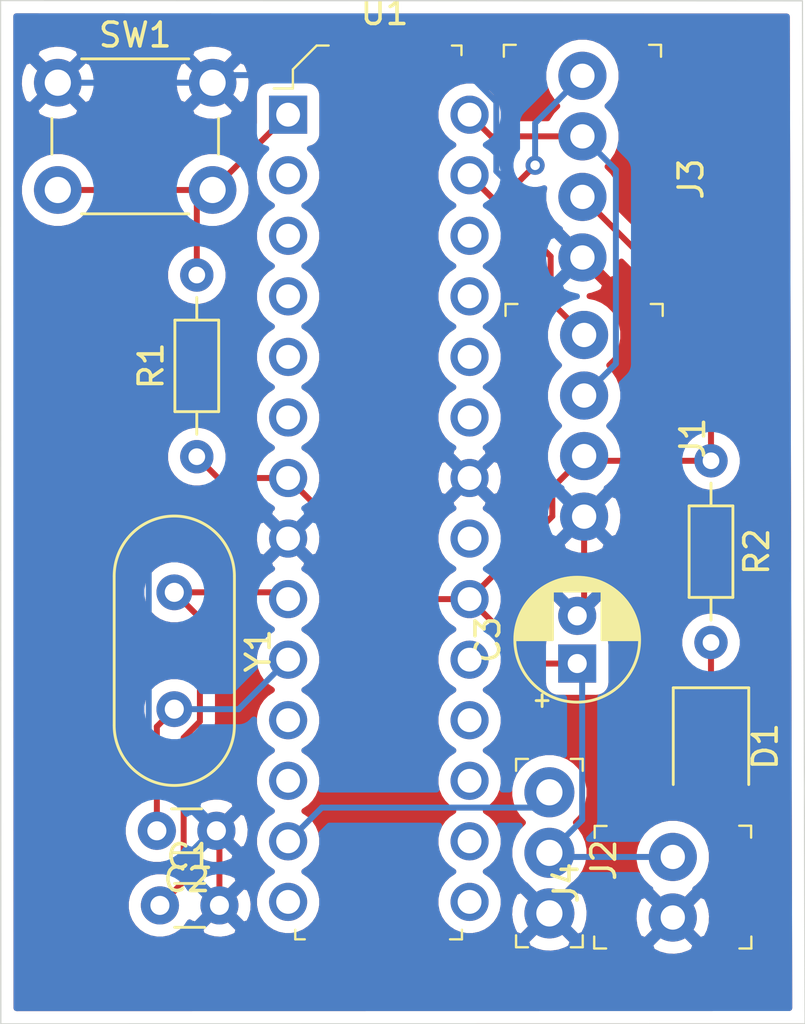
<source format=kicad_pcb>
(kicad_pcb (version 20171130) (host pcbnew "(5.1.6-0-10_14)")

  (general
    (thickness 1.6)
    (drawings 4)
    (tracks 75)
    (zones 0)
    (modules 13)
    (nets 28)
  )

  (page A4)
  (layers
    (0 F.Cu signal hide)
    (31 B.Cu signal hide)
    (32 B.Adhes user)
    (33 F.Adhes user)
    (34 B.Paste user)
    (35 F.Paste user)
    (36 B.SilkS user)
    (37 F.SilkS user)
    (38 B.Mask user)
    (39 F.Mask user)
    (40 Dwgs.User user)
    (41 Cmts.User user)
    (42 Eco1.User user)
    (43 Eco2.User user)
    (44 Edge.Cuts user)
    (45 Margin user)
    (46 B.CrtYd user)
    (47 F.CrtYd user)
    (48 B.Fab user)
    (49 F.Fab user)
  )

  (setup
    (last_trace_width 0.25)
    (trace_clearance 0.2)
    (zone_clearance 0.508)
    (zone_45_only no)
    (trace_min 0.2)
    (via_size 0.8)
    (via_drill 0.4)
    (via_min_size 0.4)
    (via_min_drill 0.3)
    (uvia_size 0.3)
    (uvia_drill 0.1)
    (uvias_allowed no)
    (uvia_min_size 0.2)
    (uvia_min_drill 0.1)
    (edge_width 0.05)
    (segment_width 0.2)
    (pcb_text_width 0.3)
    (pcb_text_size 1.5 1.5)
    (mod_edge_width 0.12)
    (mod_text_size 1 1)
    (mod_text_width 0.15)
    (pad_size 1.524 1.524)
    (pad_drill 0.762)
    (pad_to_mask_clearance 0.05)
    (aux_axis_origin 0 0)
    (visible_elements FFFFFF7F)
    (pcbplotparams
      (layerselection 0x010fc_ffffffff)
      (usegerberextensions false)
      (usegerberattributes true)
      (usegerberadvancedattributes true)
      (creategerberjobfile true)
      (excludeedgelayer true)
      (linewidth 0.100000)
      (plotframeref false)
      (viasonmask false)
      (mode 1)
      (useauxorigin false)
      (hpglpennumber 1)
      (hpglpenspeed 20)
      (hpglpendiameter 15.000000)
      (psnegative false)
      (psa4output false)
      (plotreference true)
      (plotvalue true)
      (plotinvisibletext false)
      (padsonsilk false)
      (subtractmaskfromsilk false)
      (outputformat 1)
      (mirror false)
      (drillshape 1)
      (scaleselection 1)
      (outputdirectory ""))
  )

  (net 0 "")
  (net 1 "Net-(J1-Pad2)")
  (net 2 "Net-(J1-Pad1)")
  (net 3 GND)
  (net 4 "Net-(J2-Pad1)")
  (net 5 VCC)
  (net 6 "Net-(C1-Pad1)")
  (net 7 "Net-(C2-Pad2)")
  (net 8 "Net-(R1-Pad2)")
  (net 9 "Net-(U1-Pad26)")
  (net 10 "Net-(U1-Pad25)")
  (net 11 "Net-(U1-Pad24)")
  (net 12 "Net-(U1-Pad23)")
  (net 13 "Net-(U1-Pad21)")
  (net 14 "Net-(U1-Pad19)")
  (net 15 "Net-(U1-Pad18)")
  (net 16 "Net-(U1-Pad17)")
  (net 17 "Net-(U1-Pad16)")
  (net 18 "Net-(U1-Pad15)")
  (net 19 "Net-(U1-Pad14)")
  (net 20 "Net-(U1-Pad12)")
  (net 21 "Net-(U1-Pad11)")
  (net 22 "Net-(U1-Pad6)")
  (net 23 "Net-(U1-Pad3)")
  (net 24 "Net-(U1-Pad2)")
  (net 25 "Net-(D1-Pad1)")
  (net 26 "Net-(U1-Pad5)")
  (net 27 "Net-(U1-Pad4)")

  (net_class Default "This is the default net class."
    (clearance 0.2)
    (trace_width 0.25)
    (via_dia 0.8)
    (via_drill 0.4)
    (uvia_dia 0.3)
    (uvia_drill 0.1)
    (add_net GND)
    (add_net "Net-(C1-Pad1)")
    (add_net "Net-(C2-Pad2)")
    (add_net "Net-(D1-Pad1)")
    (add_net "Net-(J1-Pad1)")
    (add_net "Net-(J1-Pad2)")
    (add_net "Net-(J2-Pad1)")
    (add_net "Net-(R1-Pad2)")
    (add_net "Net-(U1-Pad11)")
    (add_net "Net-(U1-Pad12)")
    (add_net "Net-(U1-Pad14)")
    (add_net "Net-(U1-Pad15)")
    (add_net "Net-(U1-Pad16)")
    (add_net "Net-(U1-Pad17)")
    (add_net "Net-(U1-Pad18)")
    (add_net "Net-(U1-Pad19)")
    (add_net "Net-(U1-Pad2)")
    (add_net "Net-(U1-Pad21)")
    (add_net "Net-(U1-Pad23)")
    (add_net "Net-(U1-Pad24)")
    (add_net "Net-(U1-Pad25)")
    (add_net "Net-(U1-Pad26)")
    (add_net "Net-(U1-Pad3)")
    (add_net "Net-(U1-Pad4)")
    (add_net "Net-(U1-Pad5)")
    (add_net "Net-(U1-Pad6)")
    (add_net VCC)
  )

  (module digikey-footprints:PinHeader_1x2_P2.54mm_Drill1.02mm (layer F.Cu) (tedit 5A4BC55F) (tstamp 5F554FEB)
    (at 158.81604 108.18876 90)
    (descr http://www.molex.com/pdm_docs/sd/022232031_sd.pdf)
    (path /5F56D8EF)
    (fp_text reference J4 (at 1.45 -4.48 90) (layer F.SilkS)
      (effects (font (size 1 1) (thickness 0.15)))
    )
    (fp_text value 22-23-2021 (at 1.23 4.72 90) (layer F.Fab)
      (effects (font (size 1 1) (thickness 0.15)))
    )
    (fp_line (start -1.2 -3.17) (end 3.73 -3.17) (layer F.Fab) (width 0.1))
    (fp_line (start -1.2 -3.17) (end -1.2 3.17) (layer F.Fab) (width 0.1))
    (fp_line (start 3.73 -3.17) (end 3.73 3.17) (layer F.Fab) (width 0.1))
    (fp_line (start -1.2 3.17) (end 3.73 3.17) (layer F.Fab) (width 0.1))
    (fp_line (start 3.85 3.29) (end 3.35 3.29) (layer F.SilkS) (width 0.1))
    (fp_line (start 3.85 3.29) (end 3.85 2.79) (layer F.SilkS) (width 0.1))
    (fp_line (start -1.3 3.3) (end -0.8 3.3) (layer F.SilkS) (width 0.1))
    (fp_line (start -1.3 3.3) (end -1.3 2.8) (layer F.SilkS) (width 0.1))
    (fp_line (start -1.3 -3.3) (end -0.8 -3.3) (layer F.SilkS) (width 0.1))
    (fp_line (start -1.3 -3.3) (end -1.3 -2.8) (layer F.SilkS) (width 0.1))
    (fp_line (start 3.84 -3.28) (end 3.34 -3.28) (layer F.SilkS) (width 0.1))
    (fp_line (start 3.84 -3.28) (end 3.84 -2.78) (layer F.SilkS) (width 0.1))
    (fp_line (start 3.98 -3.42) (end -1.45 -3.42) (layer F.CrtYd) (width 0.05))
    (fp_line (start 3.98 -3.42) (end 3.98 3.42) (layer F.CrtYd) (width 0.05))
    (fp_line (start -1.45 -3.42) (end -1.45 3.42) (layer F.CrtYd) (width 0.05))
    (fp_line (start 3.98 3.42) (end -1.45 3.42) (layer F.CrtYd) (width 0.05))
    (fp_text user %R (at 1.25 0.03 90) (layer F.Fab)
      (effects (font (size 1 1) (thickness 0.15)))
    )
    (pad 2 thru_hole circle (at 2.54 0 90) (size 2.02 2.02) (drill 1.02) (layers *.Cu *.Mask)
      (net 5 VCC))
    (pad 1 thru_hole circle (at 0 0 90) (size 2.02 2.02) (drill 1.02) (layers *.Cu *.Mask)
      (net 3 GND))
  )

  (module Resistor_THT:R_Axial_DIN0204_L3.6mm_D1.6mm_P7.62mm_Horizontal (layer F.Cu) (tedit 5AE5139B) (tstamp 5F55568D)
    (at 160.42132 89.03208 270)
    (descr "Resistor, Axial_DIN0204 series, Axial, Horizontal, pin pitch=7.62mm, 0.167W, length*diameter=3.6*1.6mm^2, http://cdn-reichelt.de/documents/datenblatt/B400/1_4W%23YAG.pdf")
    (tags "Resistor Axial_DIN0204 series Axial Horizontal pin pitch 7.62mm 0.167W length 3.6mm diameter 1.6mm")
    (path /5F5760CB)
    (fp_text reference R2 (at 3.81 -1.92 90) (layer F.SilkS)
      (effects (font (size 1 1) (thickness 0.15)))
    )
    (fp_text value R (at 3.81 1.92 90) (layer F.Fab)
      (effects (font (size 1 1) (thickness 0.15)))
    )
    (fp_line (start 8.57 -1.05) (end -0.95 -1.05) (layer F.CrtYd) (width 0.05))
    (fp_line (start 8.57 1.05) (end 8.57 -1.05) (layer F.CrtYd) (width 0.05))
    (fp_line (start -0.95 1.05) (end 8.57 1.05) (layer F.CrtYd) (width 0.05))
    (fp_line (start -0.95 -1.05) (end -0.95 1.05) (layer F.CrtYd) (width 0.05))
    (fp_line (start 6.68 0) (end 5.73 0) (layer F.SilkS) (width 0.12))
    (fp_line (start 0.94 0) (end 1.89 0) (layer F.SilkS) (width 0.12))
    (fp_line (start 5.73 -0.92) (end 1.89 -0.92) (layer F.SilkS) (width 0.12))
    (fp_line (start 5.73 0.92) (end 5.73 -0.92) (layer F.SilkS) (width 0.12))
    (fp_line (start 1.89 0.92) (end 5.73 0.92) (layer F.SilkS) (width 0.12))
    (fp_line (start 1.89 -0.92) (end 1.89 0.92) (layer F.SilkS) (width 0.12))
    (fp_line (start 7.62 0) (end 5.61 0) (layer F.Fab) (width 0.1))
    (fp_line (start 0 0) (end 2.01 0) (layer F.Fab) (width 0.1))
    (fp_line (start 5.61 -0.8) (end 2.01 -0.8) (layer F.Fab) (width 0.1))
    (fp_line (start 5.61 0.8) (end 5.61 -0.8) (layer F.Fab) (width 0.1))
    (fp_line (start 2.01 0.8) (end 5.61 0.8) (layer F.Fab) (width 0.1))
    (fp_line (start 2.01 -0.8) (end 2.01 0.8) (layer F.Fab) (width 0.1))
    (fp_text user %R (at 3.81 0 90) (layer F.Fab)
      (effects (font (size 0.72 0.72) (thickness 0.108)))
    )
    (pad 2 thru_hole oval (at 7.62 0 270) (size 1.4 1.4) (drill 0.7) (layers *.Cu *.Mask)
      (net 25 "Net-(D1-Pad1)"))
    (pad 1 thru_hole circle (at 0 0 270) (size 1.4 1.4) (drill 0.7) (layers *.Cu *.Mask)
      (net 5 VCC))
    (model ${KISYS3DMOD}/Resistor_THT.3dshapes/R_Axial_DIN0204_L3.6mm_D1.6mm_P7.62mm_Horizontal.wrl
      (at (xyz 0 0 0))
      (scale (xyz 1 1 1))
      (rotate (xyz 0 0 0))
    )
  )

  (module LED_SMD:LED_1210_3225Metric_Pad1.42x2.65mm_HandSolder (layer F.Cu) (tedit 5B4B45C9) (tstamp 5F5555A2)
    (at 160.42132 101.01166 270)
    (descr "LED SMD 1210 (3225 Metric), square (rectangular) end terminal, IPC_7351 nominal, (Body size source: http://www.tortai-tech.com/upload/download/2011102023233369053.pdf), generated with kicad-footprint-generator")
    (tags "LED handsolder")
    (path /5F575CC1)
    (attr smd)
    (fp_text reference D1 (at 0 -2.28 90) (layer F.SilkS)
      (effects (font (size 1 1) (thickness 0.15)))
    )
    (fp_text value LED (at 0 2.28 90) (layer F.Fab)
      (effects (font (size 1 1) (thickness 0.15)))
    )
    (fp_line (start 2.45 1.58) (end -2.45 1.58) (layer F.CrtYd) (width 0.05))
    (fp_line (start 2.45 -1.58) (end 2.45 1.58) (layer F.CrtYd) (width 0.05))
    (fp_line (start -2.45 -1.58) (end 2.45 -1.58) (layer F.CrtYd) (width 0.05))
    (fp_line (start -2.45 1.58) (end -2.45 -1.58) (layer F.CrtYd) (width 0.05))
    (fp_line (start -2.46 1.585) (end 1.6 1.585) (layer F.SilkS) (width 0.12))
    (fp_line (start -2.46 -1.585) (end -2.46 1.585) (layer F.SilkS) (width 0.12))
    (fp_line (start 1.6 -1.585) (end -2.46 -1.585) (layer F.SilkS) (width 0.12))
    (fp_line (start 1.6 1.25) (end 1.6 -1.25) (layer F.Fab) (width 0.1))
    (fp_line (start -1.6 1.25) (end 1.6 1.25) (layer F.Fab) (width 0.1))
    (fp_line (start -1.6 -0.625) (end -1.6 1.25) (layer F.Fab) (width 0.1))
    (fp_line (start -0.975 -1.25) (end -1.6 -0.625) (layer F.Fab) (width 0.1))
    (fp_line (start 1.6 -1.25) (end -0.975 -1.25) (layer F.Fab) (width 0.1))
    (fp_text user %R (at 0 0 90) (layer F.Fab)
      (effects (font (size 0.8 0.8) (thickness 0.12)))
    )
    (pad 2 smd roundrect (at 1.4875 0 270) (size 1.425 2.65) (layers F.Cu F.Paste F.Mask) (roundrect_rratio 0.175439)
      (net 3 GND))
    (pad 1 smd roundrect (at -1.4875 0 270) (size 1.425 2.65) (layers F.Cu F.Paste F.Mask) (roundrect_rratio 0.175439)
      (net 25 "Net-(D1-Pad1)"))
    (model ${KISYS3DMOD}/LED_SMD.3dshapes/LED_1210_3225Metric.wrl
      (at (xyz 0 0 0))
      (scale (xyz 1 1 1))
      (rotate (xyz 0 0 0))
    )
  )

  (module Crystal:Crystal_HC18-U_Vertical (layer F.Cu) (tedit 5A1AD3B7) (tstamp 5F5535F0)
    (at 137.88136 94.54896 270)
    (descr "Crystal THT HC-18/U, http://5hertz.com/pdfs/04404_D.pdf")
    (tags "THT crystalHC-18/U")
    (path /5F54D9F2)
    (fp_text reference Y1 (at 2.45 -3.525 90) (layer F.SilkS)
      (effects (font (size 1 1) (thickness 0.15)))
    )
    (fp_text value Crystal (at 2.45 3.525 90) (layer F.Fab)
      (effects (font (size 1 1) (thickness 0.15)))
    )
    (fp_line (start 8.4 -2.8) (end -3.5 -2.8) (layer F.CrtYd) (width 0.05))
    (fp_line (start 8.4 2.8) (end 8.4 -2.8) (layer F.CrtYd) (width 0.05))
    (fp_line (start -3.5 2.8) (end 8.4 2.8) (layer F.CrtYd) (width 0.05))
    (fp_line (start -3.5 -2.8) (end -3.5 2.8) (layer F.CrtYd) (width 0.05))
    (fp_line (start -0.675 2.525) (end 5.575 2.525) (layer F.SilkS) (width 0.12))
    (fp_line (start -0.675 -2.525) (end 5.575 -2.525) (layer F.SilkS) (width 0.12))
    (fp_line (start -0.55 2) (end 5.45 2) (layer F.Fab) (width 0.1))
    (fp_line (start -0.55 -2) (end 5.45 -2) (layer F.Fab) (width 0.1))
    (fp_line (start -0.675 2.325) (end 5.575 2.325) (layer F.Fab) (width 0.1))
    (fp_line (start -0.675 -2.325) (end 5.575 -2.325) (layer F.Fab) (width 0.1))
    (fp_arc (start 5.575 0) (end 5.575 -2.525) (angle 180) (layer F.SilkS) (width 0.12))
    (fp_arc (start -0.675 0) (end -0.675 -2.525) (angle -180) (layer F.SilkS) (width 0.12))
    (fp_arc (start 5.45 0) (end 5.45 -2) (angle 180) (layer F.Fab) (width 0.1))
    (fp_arc (start -0.55 0) (end -0.55 -2) (angle -180) (layer F.Fab) (width 0.1))
    (fp_arc (start 5.575 0) (end 5.575 -2.325) (angle 180) (layer F.Fab) (width 0.1))
    (fp_arc (start -0.675 0) (end -0.675 -2.325) (angle -180) (layer F.Fab) (width 0.1))
    (fp_text user %R (at 2.45 0 90) (layer F.Fab)
      (effects (font (size 1 1) (thickness 0.15)))
    )
    (pad 2 thru_hole circle (at 4.9 0 270) (size 1.5 1.5) (drill 0.8) (layers *.Cu *.Mask)
      (net 7 "Net-(C2-Pad2)"))
    (pad 1 thru_hole circle (at 0 0 270) (size 1.5 1.5) (drill 0.8) (layers *.Cu *.Mask)
      (net 6 "Net-(C1-Pad1)"))
    (model ${KISYS3DMOD}/Crystal.3dshapes/Crystal_HC18-U_Vertical.wrl
      (at (xyz 0 0 0))
      (scale (xyz 1 1 1))
      (rotate (xyz 0 0 0))
    )
  )

  (module digikey-footprints:DIP-28_W7.62mm (layer F.Cu) (tedit 59C2773E) (tstamp 5F5535D9)
    (at 142.66164 74.51344)
    (descr http://www.digikey.com/products/en?formaction=on&lang=en&site=us&KeyWords=296-1956-5-ND)
    (path /5F542C96)
    (fp_text reference U1 (at 4.05 -4.28) (layer F.SilkS)
      (effects (font (size 1 1) (thickness 0.15)))
    )
    (fp_text value ATMEGA328-PU (at 3.76 35.65) (layer F.Fab)
      (effects (font (size 1 1) (thickness 0.15)))
    )
    (fp_line (start 7.08 -2.69) (end 7.08 34.4) (layer F.Fab) (width 0.1))
    (fp_line (start 0.48 -1.79) (end 1.38 -2.69) (layer F.Fab) (width 0.1))
    (fp_line (start 1.38 -2.69) (end 7.08 -2.69) (layer F.Fab) (width 0.1))
    (fp_line (start 0.48 -1.79) (end 0.48 34.4) (layer F.Fab) (width 0.1))
    (fp_line (start 7.28 -2.9) (end 6.88 -2.9) (layer F.SilkS) (width 0.1))
    (fp_line (start 7.28 -2.5) (end 7.28 -2.9) (layer F.SilkS) (width 0.1))
    (fp_line (start 0.48 34.4) (end 7.08 34.4) (layer F.Fab) (width 0.1))
    (fp_line (start 0.2 -1.9) (end 0.2 -1.1) (layer F.SilkS) (width 0.1))
    (fp_line (start 1.2 -2.9) (end 0.2 -1.9) (layer F.SilkS) (width 0.1))
    (fp_line (start 1.7 -2.9) (end 1.2 -2.9) (layer F.SilkS) (width 0.1))
    (fp_line (start 0.2 -1.1) (end -0.6 -1.1) (layer F.SilkS) (width 0.1))
    (fp_line (start -1.05 -2.94) (end -1.05 34.65) (layer F.CrtYd) (width 0.05))
    (fp_line (start 8.67 -2.94) (end 8.68 34.65) (layer F.CrtYd) (width 0.05))
    (fp_line (start -1.05 -2.94) (end 8.67 -2.94) (layer F.CrtYd) (width 0.05))
    (fp_line (start -1.05 34.65) (end 8.68 34.65) (layer F.CrtYd) (width 0.05))
    (fp_line (start 0.3 34.59) (end 0.7 34.59) (layer F.SilkS) (width 0.1))
    (fp_line (start 0.3 34.19) (end 0.3 34.59) (layer F.SilkS) (width 0.1))
    (fp_line (start 7.3 34.59) (end 6.8 34.59) (layer F.SilkS) (width 0.1))
    (fp_line (start 7.3 34.19) (end 7.3 34.59) (layer F.SilkS) (width 0.1))
    (fp_text user REF** (at 3.63 12.31) (layer F.Fab)
      (effects (font (size 1 1) (thickness 0.1)))
    )
    (pad 28 thru_hole circle (at 7.62 0) (size 1.6 1.6) (drill 1) (layers *.Cu *.Mask)
      (net 1 "Net-(J1-Pad2)"))
    (pad 27 thru_hole circle (at 7.62 2.54) (size 1.6 1.6) (drill 1) (layers *.Cu *.Mask)
      (net 2 "Net-(J1-Pad1)"))
    (pad 26 thru_hole circle (at 7.62 5.08) (size 1.6 1.6) (drill 1) (layers *.Cu *.Mask)
      (net 9 "Net-(U1-Pad26)"))
    (pad 25 thru_hole circle (at 7.62 7.62) (size 1.6 1.6) (drill 1) (layers *.Cu *.Mask)
      (net 10 "Net-(U1-Pad25)"))
    (pad 24 thru_hole circle (at 7.62 10.16) (size 1.6 1.6) (drill 1) (layers *.Cu *.Mask)
      (net 11 "Net-(U1-Pad24)"))
    (pad 23 thru_hole circle (at 7.62 12.7) (size 1.6 1.6) (drill 1) (layers *.Cu *.Mask)
      (net 12 "Net-(U1-Pad23)"))
    (pad 22 thru_hole circle (at 7.62 15.24) (size 1.6 1.6) (drill 1) (layers *.Cu *.Mask)
      (net 3 GND))
    (pad 21 thru_hole circle (at 7.62 17.78) (size 1.6 1.6) (drill 1) (layers *.Cu *.Mask)
      (net 13 "Net-(U1-Pad21)"))
    (pad 20 thru_hole circle (at 7.62 20.32) (size 1.6 1.6) (drill 1) (layers *.Cu *.Mask)
      (net 5 VCC))
    (pad 19 thru_hole circle (at 7.62 22.86) (size 1.6 1.6) (drill 1) (layers *.Cu *.Mask)
      (net 14 "Net-(U1-Pad19)"))
    (pad 18 thru_hole circle (at 7.62 25.4) (size 1.6 1.6) (drill 1) (layers *.Cu *.Mask)
      (net 15 "Net-(U1-Pad18)"))
    (pad 17 thru_hole circle (at 7.62 27.94) (size 1.6 1.6) (drill 1) (layers *.Cu *.Mask)
      (net 16 "Net-(U1-Pad17)"))
    (pad 16 thru_hole circle (at 7.62 30.48) (size 1.6 1.6) (drill 1) (layers *.Cu *.Mask)
      (net 17 "Net-(U1-Pad16)"))
    (pad 15 thru_hole circle (at 7.62 33.02) (size 1.6 1.6) (drill 1) (layers *.Cu *.Mask)
      (net 18 "Net-(U1-Pad15)"))
    (pad 14 thru_hole circle (at 0 33.02) (size 1.6 1.6) (drill 1) (layers *.Cu *.Mask)
      (net 19 "Net-(U1-Pad14)"))
    (pad 13 thru_hole circle (at 0 30.48) (size 1.6 1.6) (drill 1) (layers *.Cu *.Mask)
      (net 4 "Net-(J2-Pad1)"))
    (pad 12 thru_hole circle (at 0 27.94) (size 1.6 1.6) (drill 1) (layers *.Cu *.Mask)
      (net 20 "Net-(U1-Pad12)"))
    (pad 11 thru_hole circle (at 0 25.4) (size 1.6 1.6) (drill 1) (layers *.Cu *.Mask)
      (net 21 "Net-(U1-Pad11)"))
    (pad 10 thru_hole circle (at 0 22.86) (size 1.6 1.6) (drill 1) (layers *.Cu *.Mask)
      (net 7 "Net-(C2-Pad2)"))
    (pad 9 thru_hole circle (at 0 20.32) (size 1.6 1.6) (drill 1) (layers *.Cu *.Mask)
      (net 6 "Net-(C1-Pad1)"))
    (pad 8 thru_hole circle (at 0 17.78) (size 1.6 1.6) (drill 1) (layers *.Cu *.Mask)
      (net 3 GND))
    (pad 7 thru_hole circle (at 0 15.24) (size 1.6 1.6) (drill 1) (layers *.Cu *.Mask)
      (net 5 VCC))
    (pad 6 thru_hole circle (at 0 12.7) (size 1.6 1.6) (drill 1) (layers *.Cu *.Mask)
      (net 22 "Net-(U1-Pad6)"))
    (pad 5 thru_hole circle (at 0 10.16) (size 1.6 1.6) (drill 1) (layers *.Cu *.Mask)
      (net 26 "Net-(U1-Pad5)"))
    (pad 4 thru_hole circle (at 0 7.62) (size 1.6 1.6) (drill 1) (layers *.Cu *.Mask)
      (net 27 "Net-(U1-Pad4)"))
    (pad 3 thru_hole circle (at 0 5.08) (size 1.6 1.6) (drill 1) (layers *.Cu *.Mask)
      (net 23 "Net-(U1-Pad3)"))
    (pad 2 thru_hole circle (at 0 2.54) (size 1.6 1.6) (drill 1) (layers *.Cu *.Mask)
      (net 24 "Net-(U1-Pad2)"))
    (pad 1 thru_hole rect (at 0 0) (size 1.6 1.6) (drill 1) (layers *.Cu *.Mask)
      (net 8 "Net-(R1-Pad2)"))
  )

  (module Button_Switch_THT:SW_PUSH_6mm_H7.3mm (layer F.Cu) (tedit 5A02FE31) (tstamp 5F553B03)
    (at 132.98932 73.17232)
    (descr "tactile push button, 6x6mm e.g. PHAP33xx series, height=7.3mm")
    (tags "tact sw push 6mm")
    (path /5F54F492)
    (fp_text reference SW1 (at 3.25 -2) (layer F.SilkS)
      (effects (font (size 1 1) (thickness 0.15)))
    )
    (fp_text value SW_Push (at 3.75 6.7) (layer F.Fab)
      (effects (font (size 1 1) (thickness 0.15)))
    )
    (fp_circle (center 3.25 2.25) (end 1.25 2.5) (layer F.Fab) (width 0.1))
    (fp_line (start 6.75 3) (end 6.75 1.5) (layer F.SilkS) (width 0.12))
    (fp_line (start 5.5 -1) (end 1 -1) (layer F.SilkS) (width 0.12))
    (fp_line (start -0.25 1.5) (end -0.25 3) (layer F.SilkS) (width 0.12))
    (fp_line (start 1 5.5) (end 5.5 5.5) (layer F.SilkS) (width 0.12))
    (fp_line (start 8 -1.25) (end 8 5.75) (layer F.CrtYd) (width 0.05))
    (fp_line (start 7.75 6) (end -1.25 6) (layer F.CrtYd) (width 0.05))
    (fp_line (start -1.5 5.75) (end -1.5 -1.25) (layer F.CrtYd) (width 0.05))
    (fp_line (start -1.25 -1.5) (end 7.75 -1.5) (layer F.CrtYd) (width 0.05))
    (fp_line (start -1.5 6) (end -1.25 6) (layer F.CrtYd) (width 0.05))
    (fp_line (start -1.5 5.75) (end -1.5 6) (layer F.CrtYd) (width 0.05))
    (fp_line (start -1.5 -1.5) (end -1.25 -1.5) (layer F.CrtYd) (width 0.05))
    (fp_line (start -1.5 -1.25) (end -1.5 -1.5) (layer F.CrtYd) (width 0.05))
    (fp_line (start 8 -1.5) (end 8 -1.25) (layer F.CrtYd) (width 0.05))
    (fp_line (start 7.75 -1.5) (end 8 -1.5) (layer F.CrtYd) (width 0.05))
    (fp_line (start 8 6) (end 8 5.75) (layer F.CrtYd) (width 0.05))
    (fp_line (start 7.75 6) (end 8 6) (layer F.CrtYd) (width 0.05))
    (fp_line (start 0.25 -0.75) (end 3.25 -0.75) (layer F.Fab) (width 0.1))
    (fp_line (start 0.25 5.25) (end 0.25 -0.75) (layer F.Fab) (width 0.1))
    (fp_line (start 6.25 5.25) (end 0.25 5.25) (layer F.Fab) (width 0.1))
    (fp_line (start 6.25 -0.75) (end 6.25 5.25) (layer F.Fab) (width 0.1))
    (fp_line (start 3.25 -0.75) (end 6.25 -0.75) (layer F.Fab) (width 0.1))
    (fp_text user %R (at 3.25 2.25) (layer F.Fab)
      (effects (font (size 1 1) (thickness 0.15)))
    )
    (pad 1 thru_hole circle (at 6.5 0 90) (size 2 2) (drill 1.1) (layers *.Cu *.Mask)
      (net 3 GND))
    (pad 2 thru_hole circle (at 6.5 4.5 90) (size 2 2) (drill 1.1) (layers *.Cu *.Mask)
      (net 8 "Net-(R1-Pad2)"))
    (pad 1 thru_hole circle (at 0 0 90) (size 2 2) (drill 1.1) (layers *.Cu *.Mask)
      (net 3 GND))
    (pad 2 thru_hole circle (at 0 4.5 90) (size 2 2) (drill 1.1) (layers *.Cu *.Mask)
      (net 8 "Net-(R1-Pad2)"))
    (model ${KISYS3DMOD}/Button_Switch_THT.3dshapes/SW_PUSH_6mm_H7.3mm.wrl
      (at (xyz 0 0 0))
      (scale (xyz 1 1 1))
      (rotate (xyz 0 0 0))
    )
  )

  (module Resistor_THT:R_Axial_DIN0204_L3.6mm_D1.6mm_P7.62mm_Horizontal (layer F.Cu) (tedit 5AE5139B) (tstamp 5F554745)
    (at 138.82624 88.85936 90)
    (descr "Resistor, Axial_DIN0204 series, Axial, Horizontal, pin pitch=7.62mm, 0.167W, length*diameter=3.6*1.6mm^2, http://cdn-reichelt.de/documents/datenblatt/B400/1_4W%23YAG.pdf")
    (tags "Resistor Axial_DIN0204 series Axial Horizontal pin pitch 7.62mm 0.167W length 3.6mm diameter 1.6mm")
    (path /5F54ED08)
    (fp_text reference R1 (at 3.81 -1.92 90) (layer F.SilkS)
      (effects (font (size 1 1) (thickness 0.15)))
    )
    (fp_text value R (at 3.81 1.92 90) (layer F.Fab)
      (effects (font (size 1 1) (thickness 0.15)))
    )
    (fp_line (start 8.57 -1.05) (end -0.95 -1.05) (layer F.CrtYd) (width 0.05))
    (fp_line (start 8.57 1.05) (end 8.57 -1.05) (layer F.CrtYd) (width 0.05))
    (fp_line (start -0.95 1.05) (end 8.57 1.05) (layer F.CrtYd) (width 0.05))
    (fp_line (start -0.95 -1.05) (end -0.95 1.05) (layer F.CrtYd) (width 0.05))
    (fp_line (start 6.68 0) (end 5.73 0) (layer F.SilkS) (width 0.12))
    (fp_line (start 0.94 0) (end 1.89 0) (layer F.SilkS) (width 0.12))
    (fp_line (start 5.73 -0.92) (end 1.89 -0.92) (layer F.SilkS) (width 0.12))
    (fp_line (start 5.73 0.92) (end 5.73 -0.92) (layer F.SilkS) (width 0.12))
    (fp_line (start 1.89 0.92) (end 5.73 0.92) (layer F.SilkS) (width 0.12))
    (fp_line (start 1.89 -0.92) (end 1.89 0.92) (layer F.SilkS) (width 0.12))
    (fp_line (start 7.62 0) (end 5.61 0) (layer F.Fab) (width 0.1))
    (fp_line (start 0 0) (end 2.01 0) (layer F.Fab) (width 0.1))
    (fp_line (start 5.61 -0.8) (end 2.01 -0.8) (layer F.Fab) (width 0.1))
    (fp_line (start 5.61 0.8) (end 5.61 -0.8) (layer F.Fab) (width 0.1))
    (fp_line (start 2.01 0.8) (end 5.61 0.8) (layer F.Fab) (width 0.1))
    (fp_line (start 2.01 -0.8) (end 2.01 0.8) (layer F.Fab) (width 0.1))
    (fp_text user %R (at 3.81 0 90) (layer F.Fab)
      (effects (font (size 0.72 0.72) (thickness 0.108)))
    )
    (pad 2 thru_hole oval (at 7.62 0 90) (size 1.4 1.4) (drill 0.7) (layers *.Cu *.Mask)
      (net 8 "Net-(R1-Pad2)"))
    (pad 1 thru_hole circle (at 0 0 90) (size 1.4 1.4) (drill 0.7) (layers *.Cu *.Mask)
      (net 5 VCC))
    (model ${KISYS3DMOD}/Resistor_THT.3dshapes/R_Axial_DIN0204_L3.6mm_D1.6mm_P7.62mm_Horizontal.wrl
      (at (xyz 0 0 0))
      (scale (xyz 1 1 1))
      (rotate (xyz 0 0 0))
    )
  )

  (module digikey-footprints:PinHeader_1x4_P2.54mm_Drill1.02mm (layer F.Cu) (tedit 5A43C936) (tstamp 5F55356F)
    (at 155.02128 72.88276 270)
    (descr http://www.molex.com/pdm_docs/sd/022232031_sd.pdf)
    (path /5F546818)
    (fp_text reference J3 (at 4.33 -4.56 90) (layer F.SilkS)
      (effects (font (size 1 1) (thickness 0.15)))
    )
    (fp_text value OLED (at 4.08 4.52 90) (layer F.Fab)
      (effects (font (size 1 1) (thickness 0.15)))
    )
    (fp_line (start -1.2 -3.17) (end 8.81 -3.17) (layer F.Fab) (width 0.1))
    (fp_line (start -1.2 -3.17) (end -1.2 3.17) (layer F.Fab) (width 0.1))
    (fp_line (start -1.3 3.3) (end -0.8 3.3) (layer F.SilkS) (width 0.1))
    (fp_line (start -1.3 3.3) (end -1.3 2.8) (layer F.SilkS) (width 0.1))
    (fp_line (start -1.3 -3.3) (end -0.8 -3.3) (layer F.SilkS) (width 0.1))
    (fp_line (start -1.3 -3.3) (end -1.3 -2.8) (layer F.SilkS) (width 0.1))
    (fp_line (start 9.06 -3.42) (end -1.45 -3.42) (layer F.CrtYd) (width 0.05))
    (fp_line (start -1.45 -3.42) (end -1.45 3.42) (layer F.CrtYd) (width 0.05))
    (fp_line (start 9.06 3.42) (end -1.45 3.42) (layer F.CrtYd) (width 0.05))
    (fp_line (start -1.2 3.17) (end 8.81 3.17) (layer F.Fab) (width 0.1))
    (fp_line (start 8.81 -3.17) (end 8.81 3.17) (layer F.Fab) (width 0.1))
    (fp_line (start 9.06 -3.42) (end 9.06 3.42) (layer F.CrtYd) (width 0.05))
    (fp_text user %R (at 4.17 0) (layer F.Fab)
      (effects (font (size 1 1) (thickness 0.15)))
    )
    (pad 4 thru_hole circle (at 7.62 0 270) (size 2.02 2.02) (drill 1.02) (layers *.Cu *.Mask)
      (net 3 GND))
    (pad 3 thru_hole circle (at 5.08 0 270) (size 2.02 2.02) (drill 1.02) (layers *.Cu *.Mask)
      (net 5 VCC))
    (pad 2 thru_hole circle (at 2.54 0 270) (size 2.02 2.02) (drill 1.02) (layers *.Cu *.Mask)
      (net 1 "Net-(J1-Pad2)"))
    (pad 1 thru_hole circle (at 0 0 270) (size 2.02 2.02) (drill 1.02) (layers *.Cu *.Mask)
      (net 2 "Net-(J1-Pad1)"))
  )

  (module digikey-footprints:PinHeader_1x3_P2.54_Drill1.1mm (layer F.Cu) (tedit 5A4528F9) (tstamp 5F55355A)
    (at 153.63444 102.93604 270)
    (path /5F548A39)
    (fp_text reference J2 (at 2.85 -2.28 90) (layer F.SilkS)
      (effects (font (size 1 1) (thickness 0.15)))
    )
    (fp_text value DHT11 (at 2.71 2.7 90) (layer F.Fab)
      (effects (font (size 1 1) (thickness 0.15)))
    )
    (fp_line (start -1.27 -1.27) (end 6.35 -1.27) (layer F.Fab) (width 0.1))
    (fp_line (start 6.35 -1.27) (end 6.35 1.27) (layer F.Fab) (width 0.1))
    (fp_line (start -1.27 -1.27) (end -1.27 1.27) (layer F.Fab) (width 0.1))
    (fp_line (start -1.27 1.27) (end 6.35 1.27) (layer F.Fab) (width 0.1))
    (fp_line (start 6.5 -1.4) (end 6 -1.4) (layer F.SilkS) (width 0.1))
    (fp_line (start 6.5 -1.4) (end 6.5 -0.9) (layer F.SilkS) (width 0.1))
    (fp_line (start -1.4 -1.4) (end -0.9 -1.4) (layer F.SilkS) (width 0.1))
    (fp_line (start -1.4 -1.4) (end -1.4 -0.9) (layer F.SilkS) (width 0.1))
    (fp_line (start -1.4 1.4) (end -1.4 0.9) (layer F.SilkS) (width 0.1))
    (fp_line (start -1.4 1.4) (end -0.9 1.4) (layer F.SilkS) (width 0.1))
    (fp_line (start 6.5 1.4) (end 6 1.4) (layer F.SilkS) (width 0.1))
    (fp_line (start 6.5 1.4) (end 6.5 0.9) (layer F.SilkS) (width 0.1))
    (fp_line (start -1.52 -1.52) (end 6.6 -1.52) (layer F.CrtYd) (width 0.05))
    (fp_line (start -1.52 -1.52) (end -1.52 1.52) (layer F.CrtYd) (width 0.05))
    (fp_line (start 6.6 -1.52) (end 6.6 1.52) (layer F.CrtYd) (width 0.05))
    (fp_line (start -1.52 1.52) (end 6.6 1.52) (layer F.CrtYd) (width 0.05))
    (pad 3 thru_hole circle (at 5.08 0 270) (size 2.1 2.1) (drill 1.1) (layers *.Cu *.Mask)
      (net 3 GND))
    (pad 2 thru_hole circle (at 2.54 0 270) (size 2.1 2.1) (drill 1.1) (layers *.Cu *.Mask)
      (net 5 VCC))
    (pad 1 thru_hole circle (at 0 0 270) (size 2.1 2.1) (drill 1.1) (layers *.Cu *.Mask)
      (net 4 "Net-(J2-Pad1)"))
  )

  (module digikey-footprints:PinHeader_1x4_P2.54mm_Drill1.02mm (layer F.Cu) (tedit 5A43C936) (tstamp 5F553543)
    (at 155.0924 83.75396 270)
    (descr http://www.molex.com/pdm_docs/sd/022232031_sd.pdf)
    (path /5F54B8E4)
    (fp_text reference J1 (at 4.33 -4.56 90) (layer F.SilkS)
      (effects (font (size 1 1) (thickness 0.15)))
    )
    (fp_text value "REATIME CLOCK" (at 4.08 4.52 90) (layer F.Fab)
      (effects (font (size 1 1) (thickness 0.15)))
    )
    (fp_line (start -1.2 -3.17) (end 8.81 -3.17) (layer F.Fab) (width 0.1))
    (fp_line (start -1.2 -3.17) (end -1.2 3.17) (layer F.Fab) (width 0.1))
    (fp_line (start -1.3 3.3) (end -0.8 3.3) (layer F.SilkS) (width 0.1))
    (fp_line (start -1.3 3.3) (end -1.3 2.8) (layer F.SilkS) (width 0.1))
    (fp_line (start -1.3 -3.3) (end -0.8 -3.3) (layer F.SilkS) (width 0.1))
    (fp_line (start -1.3 -3.3) (end -1.3 -2.8) (layer F.SilkS) (width 0.1))
    (fp_line (start 9.06 -3.42) (end -1.45 -3.42) (layer F.CrtYd) (width 0.05))
    (fp_line (start -1.45 -3.42) (end -1.45 3.42) (layer F.CrtYd) (width 0.05))
    (fp_line (start 9.06 3.42) (end -1.45 3.42) (layer F.CrtYd) (width 0.05))
    (fp_line (start -1.2 3.17) (end 8.81 3.17) (layer F.Fab) (width 0.1))
    (fp_line (start 8.81 -3.17) (end 8.81 3.17) (layer F.Fab) (width 0.1))
    (fp_line (start 9.06 -3.42) (end 9.06 3.42) (layer F.CrtYd) (width 0.05))
    (fp_text user %R (at 4.17 0 90) (layer F.Fab)
      (effects (font (size 1 1) (thickness 0.15)))
    )
    (pad 4 thru_hole circle (at 7.62 0 270) (size 2.02 2.02) (drill 1.02) (layers *.Cu *.Mask)
      (net 3 GND))
    (pad 3 thru_hole circle (at 5.08 0 270) (size 2.02 2.02) (drill 1.02) (layers *.Cu *.Mask)
      (net 5 VCC))
    (pad 2 thru_hole circle (at 2.54 0 270) (size 2.02 2.02) (drill 1.02) (layers *.Cu *.Mask)
      (net 1 "Net-(J1-Pad2)"))
    (pad 1 thru_hole circle (at 0 0 270) (size 2.02 2.02) (drill 1.02) (layers *.Cu *.Mask)
      (net 2 "Net-(J1-Pad1)"))
  )

  (module Capacitor_THT:CP_Radial_D5.0mm_P2.00mm (layer F.Cu) (tedit 5AE50EF0) (tstamp 5F55352E)
    (at 154.80284 97.536 90)
    (descr "CP, Radial series, Radial, pin pitch=2.00mm, , diameter=5mm, Electrolytic Capacitor")
    (tags "CP Radial series Radial pin pitch 2.00mm  diameter 5mm Electrolytic Capacitor")
    (path /5F54DBCB)
    (fp_text reference C3 (at 1 -3.75 90) (layer F.SilkS)
      (effects (font (size 1 1) (thickness 0.15)))
    )
    (fp_text value CP (at 1 3.75 90) (layer F.Fab)
      (effects (font (size 1 1) (thickness 0.15)))
    )
    (fp_line (start -1.554775 -1.725) (end -1.554775 -1.225) (layer F.SilkS) (width 0.12))
    (fp_line (start -1.804775 -1.475) (end -1.304775 -1.475) (layer F.SilkS) (width 0.12))
    (fp_line (start 3.601 -0.284) (end 3.601 0.284) (layer F.SilkS) (width 0.12))
    (fp_line (start 3.561 -0.518) (end 3.561 0.518) (layer F.SilkS) (width 0.12))
    (fp_line (start 3.521 -0.677) (end 3.521 0.677) (layer F.SilkS) (width 0.12))
    (fp_line (start 3.481 -0.805) (end 3.481 0.805) (layer F.SilkS) (width 0.12))
    (fp_line (start 3.441 -0.915) (end 3.441 0.915) (layer F.SilkS) (width 0.12))
    (fp_line (start 3.401 -1.011) (end 3.401 1.011) (layer F.SilkS) (width 0.12))
    (fp_line (start 3.361 -1.098) (end 3.361 1.098) (layer F.SilkS) (width 0.12))
    (fp_line (start 3.321 -1.178) (end 3.321 1.178) (layer F.SilkS) (width 0.12))
    (fp_line (start 3.281 -1.251) (end 3.281 1.251) (layer F.SilkS) (width 0.12))
    (fp_line (start 3.241 -1.319) (end 3.241 1.319) (layer F.SilkS) (width 0.12))
    (fp_line (start 3.201 -1.383) (end 3.201 1.383) (layer F.SilkS) (width 0.12))
    (fp_line (start 3.161 -1.443) (end 3.161 1.443) (layer F.SilkS) (width 0.12))
    (fp_line (start 3.121 -1.5) (end 3.121 1.5) (layer F.SilkS) (width 0.12))
    (fp_line (start 3.081 -1.554) (end 3.081 1.554) (layer F.SilkS) (width 0.12))
    (fp_line (start 3.041 -1.605) (end 3.041 1.605) (layer F.SilkS) (width 0.12))
    (fp_line (start 3.001 1.04) (end 3.001 1.653) (layer F.SilkS) (width 0.12))
    (fp_line (start 3.001 -1.653) (end 3.001 -1.04) (layer F.SilkS) (width 0.12))
    (fp_line (start 2.961 1.04) (end 2.961 1.699) (layer F.SilkS) (width 0.12))
    (fp_line (start 2.961 -1.699) (end 2.961 -1.04) (layer F.SilkS) (width 0.12))
    (fp_line (start 2.921 1.04) (end 2.921 1.743) (layer F.SilkS) (width 0.12))
    (fp_line (start 2.921 -1.743) (end 2.921 -1.04) (layer F.SilkS) (width 0.12))
    (fp_line (start 2.881 1.04) (end 2.881 1.785) (layer F.SilkS) (width 0.12))
    (fp_line (start 2.881 -1.785) (end 2.881 -1.04) (layer F.SilkS) (width 0.12))
    (fp_line (start 2.841 1.04) (end 2.841 1.826) (layer F.SilkS) (width 0.12))
    (fp_line (start 2.841 -1.826) (end 2.841 -1.04) (layer F.SilkS) (width 0.12))
    (fp_line (start 2.801 1.04) (end 2.801 1.864) (layer F.SilkS) (width 0.12))
    (fp_line (start 2.801 -1.864) (end 2.801 -1.04) (layer F.SilkS) (width 0.12))
    (fp_line (start 2.761 1.04) (end 2.761 1.901) (layer F.SilkS) (width 0.12))
    (fp_line (start 2.761 -1.901) (end 2.761 -1.04) (layer F.SilkS) (width 0.12))
    (fp_line (start 2.721 1.04) (end 2.721 1.937) (layer F.SilkS) (width 0.12))
    (fp_line (start 2.721 -1.937) (end 2.721 -1.04) (layer F.SilkS) (width 0.12))
    (fp_line (start 2.681 1.04) (end 2.681 1.971) (layer F.SilkS) (width 0.12))
    (fp_line (start 2.681 -1.971) (end 2.681 -1.04) (layer F.SilkS) (width 0.12))
    (fp_line (start 2.641 1.04) (end 2.641 2.004) (layer F.SilkS) (width 0.12))
    (fp_line (start 2.641 -2.004) (end 2.641 -1.04) (layer F.SilkS) (width 0.12))
    (fp_line (start 2.601 1.04) (end 2.601 2.035) (layer F.SilkS) (width 0.12))
    (fp_line (start 2.601 -2.035) (end 2.601 -1.04) (layer F.SilkS) (width 0.12))
    (fp_line (start 2.561 1.04) (end 2.561 2.065) (layer F.SilkS) (width 0.12))
    (fp_line (start 2.561 -2.065) (end 2.561 -1.04) (layer F.SilkS) (width 0.12))
    (fp_line (start 2.521 1.04) (end 2.521 2.095) (layer F.SilkS) (width 0.12))
    (fp_line (start 2.521 -2.095) (end 2.521 -1.04) (layer F.SilkS) (width 0.12))
    (fp_line (start 2.481 1.04) (end 2.481 2.122) (layer F.SilkS) (width 0.12))
    (fp_line (start 2.481 -2.122) (end 2.481 -1.04) (layer F.SilkS) (width 0.12))
    (fp_line (start 2.441 1.04) (end 2.441 2.149) (layer F.SilkS) (width 0.12))
    (fp_line (start 2.441 -2.149) (end 2.441 -1.04) (layer F.SilkS) (width 0.12))
    (fp_line (start 2.401 1.04) (end 2.401 2.175) (layer F.SilkS) (width 0.12))
    (fp_line (start 2.401 -2.175) (end 2.401 -1.04) (layer F.SilkS) (width 0.12))
    (fp_line (start 2.361 1.04) (end 2.361 2.2) (layer F.SilkS) (width 0.12))
    (fp_line (start 2.361 -2.2) (end 2.361 -1.04) (layer F.SilkS) (width 0.12))
    (fp_line (start 2.321 1.04) (end 2.321 2.224) (layer F.SilkS) (width 0.12))
    (fp_line (start 2.321 -2.224) (end 2.321 -1.04) (layer F.SilkS) (width 0.12))
    (fp_line (start 2.281 1.04) (end 2.281 2.247) (layer F.SilkS) (width 0.12))
    (fp_line (start 2.281 -2.247) (end 2.281 -1.04) (layer F.SilkS) (width 0.12))
    (fp_line (start 2.241 1.04) (end 2.241 2.268) (layer F.SilkS) (width 0.12))
    (fp_line (start 2.241 -2.268) (end 2.241 -1.04) (layer F.SilkS) (width 0.12))
    (fp_line (start 2.201 1.04) (end 2.201 2.29) (layer F.SilkS) (width 0.12))
    (fp_line (start 2.201 -2.29) (end 2.201 -1.04) (layer F.SilkS) (width 0.12))
    (fp_line (start 2.161 1.04) (end 2.161 2.31) (layer F.SilkS) (width 0.12))
    (fp_line (start 2.161 -2.31) (end 2.161 -1.04) (layer F.SilkS) (width 0.12))
    (fp_line (start 2.121 1.04) (end 2.121 2.329) (layer F.SilkS) (width 0.12))
    (fp_line (start 2.121 -2.329) (end 2.121 -1.04) (layer F.SilkS) (width 0.12))
    (fp_line (start 2.081 1.04) (end 2.081 2.348) (layer F.SilkS) (width 0.12))
    (fp_line (start 2.081 -2.348) (end 2.081 -1.04) (layer F.SilkS) (width 0.12))
    (fp_line (start 2.041 1.04) (end 2.041 2.365) (layer F.SilkS) (width 0.12))
    (fp_line (start 2.041 -2.365) (end 2.041 -1.04) (layer F.SilkS) (width 0.12))
    (fp_line (start 2.001 1.04) (end 2.001 2.382) (layer F.SilkS) (width 0.12))
    (fp_line (start 2.001 -2.382) (end 2.001 -1.04) (layer F.SilkS) (width 0.12))
    (fp_line (start 1.961 1.04) (end 1.961 2.398) (layer F.SilkS) (width 0.12))
    (fp_line (start 1.961 -2.398) (end 1.961 -1.04) (layer F.SilkS) (width 0.12))
    (fp_line (start 1.921 1.04) (end 1.921 2.414) (layer F.SilkS) (width 0.12))
    (fp_line (start 1.921 -2.414) (end 1.921 -1.04) (layer F.SilkS) (width 0.12))
    (fp_line (start 1.881 1.04) (end 1.881 2.428) (layer F.SilkS) (width 0.12))
    (fp_line (start 1.881 -2.428) (end 1.881 -1.04) (layer F.SilkS) (width 0.12))
    (fp_line (start 1.841 1.04) (end 1.841 2.442) (layer F.SilkS) (width 0.12))
    (fp_line (start 1.841 -2.442) (end 1.841 -1.04) (layer F.SilkS) (width 0.12))
    (fp_line (start 1.801 1.04) (end 1.801 2.455) (layer F.SilkS) (width 0.12))
    (fp_line (start 1.801 -2.455) (end 1.801 -1.04) (layer F.SilkS) (width 0.12))
    (fp_line (start 1.761 1.04) (end 1.761 2.468) (layer F.SilkS) (width 0.12))
    (fp_line (start 1.761 -2.468) (end 1.761 -1.04) (layer F.SilkS) (width 0.12))
    (fp_line (start 1.721 1.04) (end 1.721 2.48) (layer F.SilkS) (width 0.12))
    (fp_line (start 1.721 -2.48) (end 1.721 -1.04) (layer F.SilkS) (width 0.12))
    (fp_line (start 1.68 1.04) (end 1.68 2.491) (layer F.SilkS) (width 0.12))
    (fp_line (start 1.68 -2.491) (end 1.68 -1.04) (layer F.SilkS) (width 0.12))
    (fp_line (start 1.64 1.04) (end 1.64 2.501) (layer F.SilkS) (width 0.12))
    (fp_line (start 1.64 -2.501) (end 1.64 -1.04) (layer F.SilkS) (width 0.12))
    (fp_line (start 1.6 1.04) (end 1.6 2.511) (layer F.SilkS) (width 0.12))
    (fp_line (start 1.6 -2.511) (end 1.6 -1.04) (layer F.SilkS) (width 0.12))
    (fp_line (start 1.56 1.04) (end 1.56 2.52) (layer F.SilkS) (width 0.12))
    (fp_line (start 1.56 -2.52) (end 1.56 -1.04) (layer F.SilkS) (width 0.12))
    (fp_line (start 1.52 1.04) (end 1.52 2.528) (layer F.SilkS) (width 0.12))
    (fp_line (start 1.52 -2.528) (end 1.52 -1.04) (layer F.SilkS) (width 0.12))
    (fp_line (start 1.48 1.04) (end 1.48 2.536) (layer F.SilkS) (width 0.12))
    (fp_line (start 1.48 -2.536) (end 1.48 -1.04) (layer F.SilkS) (width 0.12))
    (fp_line (start 1.44 1.04) (end 1.44 2.543) (layer F.SilkS) (width 0.12))
    (fp_line (start 1.44 -2.543) (end 1.44 -1.04) (layer F.SilkS) (width 0.12))
    (fp_line (start 1.4 1.04) (end 1.4 2.55) (layer F.SilkS) (width 0.12))
    (fp_line (start 1.4 -2.55) (end 1.4 -1.04) (layer F.SilkS) (width 0.12))
    (fp_line (start 1.36 1.04) (end 1.36 2.556) (layer F.SilkS) (width 0.12))
    (fp_line (start 1.36 -2.556) (end 1.36 -1.04) (layer F.SilkS) (width 0.12))
    (fp_line (start 1.32 1.04) (end 1.32 2.561) (layer F.SilkS) (width 0.12))
    (fp_line (start 1.32 -2.561) (end 1.32 -1.04) (layer F.SilkS) (width 0.12))
    (fp_line (start 1.28 1.04) (end 1.28 2.565) (layer F.SilkS) (width 0.12))
    (fp_line (start 1.28 -2.565) (end 1.28 -1.04) (layer F.SilkS) (width 0.12))
    (fp_line (start 1.24 1.04) (end 1.24 2.569) (layer F.SilkS) (width 0.12))
    (fp_line (start 1.24 -2.569) (end 1.24 -1.04) (layer F.SilkS) (width 0.12))
    (fp_line (start 1.2 1.04) (end 1.2 2.573) (layer F.SilkS) (width 0.12))
    (fp_line (start 1.2 -2.573) (end 1.2 -1.04) (layer F.SilkS) (width 0.12))
    (fp_line (start 1.16 1.04) (end 1.16 2.576) (layer F.SilkS) (width 0.12))
    (fp_line (start 1.16 -2.576) (end 1.16 -1.04) (layer F.SilkS) (width 0.12))
    (fp_line (start 1.12 1.04) (end 1.12 2.578) (layer F.SilkS) (width 0.12))
    (fp_line (start 1.12 -2.578) (end 1.12 -1.04) (layer F.SilkS) (width 0.12))
    (fp_line (start 1.08 1.04) (end 1.08 2.579) (layer F.SilkS) (width 0.12))
    (fp_line (start 1.08 -2.579) (end 1.08 -1.04) (layer F.SilkS) (width 0.12))
    (fp_line (start 1.04 -2.58) (end 1.04 -1.04) (layer F.SilkS) (width 0.12))
    (fp_line (start 1.04 1.04) (end 1.04 2.58) (layer F.SilkS) (width 0.12))
    (fp_line (start 1 -2.58) (end 1 -1.04) (layer F.SilkS) (width 0.12))
    (fp_line (start 1 1.04) (end 1 2.58) (layer F.SilkS) (width 0.12))
    (fp_line (start -0.883605 -1.3375) (end -0.883605 -0.8375) (layer F.Fab) (width 0.1))
    (fp_line (start -1.133605 -1.0875) (end -0.633605 -1.0875) (layer F.Fab) (width 0.1))
    (fp_circle (center 1 0) (end 3.75 0) (layer F.CrtYd) (width 0.05))
    (fp_circle (center 1 0) (end 3.62 0) (layer F.SilkS) (width 0.12))
    (fp_circle (center 1 0) (end 3.5 0) (layer F.Fab) (width 0.1))
    (fp_text user %R (at 1 0 90) (layer F.Fab)
      (effects (font (size 1 1) (thickness 0.15)))
    )
    (pad 2 thru_hole circle (at 2 0 90) (size 1.6 1.6) (drill 0.8) (layers *.Cu *.Mask)
      (net 3 GND))
    (pad 1 thru_hole rect (at 0 0 90) (size 1.6 1.6) (drill 0.8) (layers *.Cu *.Mask)
      (net 5 VCC))
    (model ${KISYS3DMOD}/Capacitor_THT.3dshapes/CP_Radial_D5.0mm_P2.00mm.wrl
      (at (xyz 0 0 0))
      (scale (xyz 1 1 1))
      (rotate (xyz 0 0 0))
    )
  )

  (module Capacitor_THT:C_Disc_D3.0mm_W1.6mm_P2.50mm (layer F.Cu) (tedit 5AE50EF0) (tstamp 5F553F93)
    (at 139.6492 104.55148 180)
    (descr "C, Disc series, Radial, pin pitch=2.50mm, , diameter*width=3.0*1.6mm^2, Capacitor, http://www.vishay.com/docs/45233/krseries.pdf")
    (tags "C Disc series Radial pin pitch 2.50mm  diameter 3.0mm width 1.6mm Capacitor")
    (path /5F54E91B)
    (fp_text reference C2 (at 1.25 -2.05) (layer F.SilkS)
      (effects (font (size 1 1) (thickness 0.15)))
    )
    (fp_text value C (at 1.25 2.05) (layer F.Fab)
      (effects (font (size 1 1) (thickness 0.15)))
    )
    (fp_line (start 3.55 -1.05) (end -1.05 -1.05) (layer F.CrtYd) (width 0.05))
    (fp_line (start 3.55 1.05) (end 3.55 -1.05) (layer F.CrtYd) (width 0.05))
    (fp_line (start -1.05 1.05) (end 3.55 1.05) (layer F.CrtYd) (width 0.05))
    (fp_line (start -1.05 -1.05) (end -1.05 1.05) (layer F.CrtYd) (width 0.05))
    (fp_line (start 0.621 0.92) (end 1.879 0.92) (layer F.SilkS) (width 0.12))
    (fp_line (start 0.621 -0.92) (end 1.879 -0.92) (layer F.SilkS) (width 0.12))
    (fp_line (start 2.75 -0.8) (end -0.25 -0.8) (layer F.Fab) (width 0.1))
    (fp_line (start 2.75 0.8) (end 2.75 -0.8) (layer F.Fab) (width 0.1))
    (fp_line (start -0.25 0.8) (end 2.75 0.8) (layer F.Fab) (width 0.1))
    (fp_line (start -0.25 -0.8) (end -0.25 0.8) (layer F.Fab) (width 0.1))
    (fp_text user %R (at 1.25 0) (layer F.Fab)
      (effects (font (size 0.6 0.6) (thickness 0.09)))
    )
    (pad 2 thru_hole circle (at 2.5 0 180) (size 1.6 1.6) (drill 0.8) (layers *.Cu *.Mask)
      (net 7 "Net-(C2-Pad2)"))
    (pad 1 thru_hole circle (at 0 0 180) (size 1.6 1.6) (drill 0.8) (layers *.Cu *.Mask)
      (net 3 GND))
    (model ${KISYS3DMOD}/Capacitor_THT.3dshapes/C_Disc_D3.0mm_W1.6mm_P2.50mm.wrl
      (at (xyz 0 0 0))
      (scale (xyz 1 1 1))
      (rotate (xyz 0 0 0))
    )
  )

  (module Capacitor_THT:C_Disc_D3.0mm_W1.6mm_P2.50mm (layer F.Cu) (tedit 5AE50EF0) (tstamp 5F55487B)
    (at 137.27684 107.68076)
    (descr "C, Disc series, Radial, pin pitch=2.50mm, , diameter*width=3.0*1.6mm^2, Capacitor, http://www.vishay.com/docs/45233/krseries.pdf")
    (tags "C Disc series Radial pin pitch 2.50mm  diameter 3.0mm width 1.6mm Capacitor")
    (path /5F54E4E2)
    (fp_text reference C1 (at 1.25 -2.05) (layer F.SilkS)
      (effects (font (size 1 1) (thickness 0.15)))
    )
    (fp_text value C (at 1.25 2.05) (layer F.Fab)
      (effects (font (size 1 1) (thickness 0.15)))
    )
    (fp_line (start 3.55 -1.05) (end -1.05 -1.05) (layer F.CrtYd) (width 0.05))
    (fp_line (start 3.55 1.05) (end 3.55 -1.05) (layer F.CrtYd) (width 0.05))
    (fp_line (start -1.05 1.05) (end 3.55 1.05) (layer F.CrtYd) (width 0.05))
    (fp_line (start -1.05 -1.05) (end -1.05 1.05) (layer F.CrtYd) (width 0.05))
    (fp_line (start 0.621 0.92) (end 1.879 0.92) (layer F.SilkS) (width 0.12))
    (fp_line (start 0.621 -0.92) (end 1.879 -0.92) (layer F.SilkS) (width 0.12))
    (fp_line (start 2.75 -0.8) (end -0.25 -0.8) (layer F.Fab) (width 0.1))
    (fp_line (start 2.75 0.8) (end 2.75 -0.8) (layer F.Fab) (width 0.1))
    (fp_line (start -0.25 0.8) (end 2.75 0.8) (layer F.Fab) (width 0.1))
    (fp_line (start -0.25 -0.8) (end -0.25 0.8) (layer F.Fab) (width 0.1))
    (fp_text user %R (at 1.25 0) (layer F.Fab)
      (effects (font (size 0.6 0.6) (thickness 0.09)))
    )
    (pad 2 thru_hole circle (at 2.5 0) (size 1.6 1.6) (drill 0.8) (layers *.Cu *.Mask)
      (net 3 GND))
    (pad 1 thru_hole circle (at 0 0) (size 1.6 1.6) (drill 0.8) (layers *.Cu *.Mask)
      (net 6 "Net-(C1-Pad1)"))
    (model ${KISYS3DMOD}/Capacitor_THT.3dshapes/C_Disc_D3.0mm_W1.6mm_P2.50mm.wrl
      (at (xyz 0 0 0))
      (scale (xyz 1 1 1))
      (rotate (xyz 0 0 0))
    )
  )

  (gr_line (start 130.59664 112.649) (end 130.58648 69.72808) (layer Edge.Cuts) (width 0.05))
  (gr_line (start 164.36848 112.64392) (end 130.59664 112.649) (layer Edge.Cuts) (width 0.05))
  (gr_line (start 164.2618 69.73824) (end 164.36848 112.64392) (layer Edge.Cuts) (width 0.05))
  (gr_line (start 130.58648 69.72808) (end 164.2618 69.73824) (layer Edge.Cuts) (width 0.05))

  (segment (start 155.0924 86.29396) (end 154.886879 86.088439) (width 0.25) (layer F.Cu) (net 1))
  (segment (start 156.427401 76.828881) (end 155.02128 75.42276) (width 0.25) (layer B.Cu) (net 1))
  (segment (start 156.427401 84.958959) (end 156.427401 76.828881) (width 0.25) (layer B.Cu) (net 1))
  (segment (start 155.0924 86.29396) (end 156.427401 84.958959) (width 0.25) (layer B.Cu) (net 1))
  (segment (start 151.19096 75.42276) (end 150.28164 74.51344) (width 0.25) (layer F.Cu) (net 1))
  (segment (start 155.02128 75.42276) (end 151.19096 75.42276) (width 0.25) (layer F.Cu) (net 1))
  (segment (start 153.686279 80.458079) (end 150.28164 77.05344) (width 0.25) (layer F.Cu) (net 2))
  (segment (start 153.686279 82.347839) (end 153.686279 80.458079) (width 0.25) (layer F.Cu) (net 2))
  (segment (start 155.0924 83.75396) (end 153.686279 82.347839) (width 0.25) (layer F.Cu) (net 2))
  (segment (start 151.406641 78.178441) (end 151.493439 78.178441) (width 0.25) (layer F.Cu) (net 2))
  (via (at 153.035 76.63688) (size 0.8) (drill 0.4) (layers F.Cu B.Cu) (net 2))
  (segment (start 151.493439 78.178441) (end 153.035 76.63688) (width 0.25) (layer F.Cu) (net 2))
  (segment (start 150.28164 77.05344) (end 151.406641 78.178441) (width 0.25) (layer F.Cu) (net 2))
  (segment (start 153.035 74.86904) (end 155.02128 72.88276) (width 0.25) (layer B.Cu) (net 2))
  (segment (start 153.035 76.63688) (end 153.035 74.86904) (width 0.25) (layer B.Cu) (net 2))
  (segment (start 158.81604 108.18876) (end 158.81604 108.24972) (width 0.25) (layer B.Cu) (net 3))
  (segment (start 153.80716 108.18876) (end 153.63444 108.01604) (width 0.25) (layer F.Cu) (net 3))
  (segment (start 155.0924 95.24644) (end 154.80284 95.536) (width 0.25) (layer F.Cu) (net 3))
  (segment (start 155.0924 91.37396) (end 155.0924 95.24644) (width 0.25) (layer F.Cu) (net 3))
  (segment (start 155.0924 91.37396) (end 155.0924 91.40444) (width 0.25) (layer F.Cu) (net 3))
  (segment (start 150.287317 72.854115) (end 139.807525 72.854115) (width 0.25) (layer B.Cu) (net 3))
  (segment (start 151.406641 76.888121) (end 151.406641 73.973439) (width 0.25) (layer B.Cu) (net 3))
  (segment (start 151.406641 73.973439) (end 150.287317 72.854115) (width 0.25) (layer B.Cu) (net 3))
  (segment (start 155.02128 80.50276) (end 151.406641 76.888121) (width 0.25) (layer B.Cu) (net 3))
  (segment (start 140.09116 104.99344) (end 139.6492 104.55148) (width 0.25) (layer F.Cu) (net 3))
  (segment (start 139.6492 107.55312) (end 139.77684 107.68076) (width 0.25) (layer F.Cu) (net 3))
  (segment (start 153.63444 108.01604) (end 152.584441 109.066039) (width 0.25) (layer F.Cu) (net 3))
  (segment (start 139.77684 105.31553) (end 139.330995 104.869685) (width 0.25) (layer F.Cu) (net 3))
  (segment (start 139.77684 107.68076) (end 139.77684 105.31553) (width 0.25) (layer F.Cu) (net 3))
  (segment (start 136.806359 75.855281) (end 139.48932 73.17232) (width 0.25) (layer B.Cu) (net 3))
  (segment (start 139.6492 104.55148) (end 136.806359 101.708639) (width 0.25) (layer B.Cu) (net 3))
  (segment (start 139.48932 73.17232) (end 132.98932 73.17232) (width 0.25) (layer B.Cu) (net 3))
  (segment (start 140.712879 90.344679) (end 142.66164 92.29344) (width 0.25) (layer B.Cu) (net 3))
  (segment (start 136.806359 90.344679) (end 140.712879 90.344679) (width 0.25) (layer B.Cu) (net 3))
  (segment (start 136.806359 101.708639) (end 136.806359 90.344679) (width 0.25) (layer B.Cu) (net 3))
  (segment (start 136.806359 90.344679) (end 136.806359 75.855281) (width 0.25) (layer B.Cu) (net 3))
  (segment (start 144.076639 103.578441) (end 142.66164 104.99344) (width 0.25) (layer B.Cu) (net 4))
  (segment (start 152.992039 103.578441) (end 144.076639 103.578441) (width 0.25) (layer B.Cu) (net 4))
  (segment (start 153.63444 102.93604) (end 152.992039 103.578441) (width 0.25) (layer B.Cu) (net 4))
  (segment (start 155.29052 89.03208) (end 155.0924 88.83396) (width 0.25) (layer F.Cu) (net 5))
  (segment (start 160.42132 89.03208) (end 155.29052 89.03208) (width 0.25) (layer F.Cu) (net 5))
  (segment (start 152.9842 97.536) (end 150.28164 94.83344) (width 0.25) (layer F.Cu) (net 5))
  (segment (start 154.80284 97.536) (end 152.9842 97.536) (width 0.25) (layer F.Cu) (net 5))
  (segment (start 153.757399 91.357681) (end 150.28164 94.83344) (width 0.25) (layer F.Cu) (net 5))
  (segment (start 153.757399 90.168961) (end 153.757399 91.357681) (width 0.25) (layer F.Cu) (net 5))
  (segment (start 155.0924 88.83396) (end 153.757399 90.168961) (width 0.25) (layer F.Cu) (net 5))
  (segment (start 147.74164 94.83344) (end 142.66164 89.75344) (width 0.25) (layer F.Cu) (net 5))
  (segment (start 150.28164 94.83344) (end 147.74164 94.83344) (width 0.25) (layer F.Cu) (net 5))
  (segment (start 139.72032 89.75344) (end 138.82624 88.85936) (width 0.25) (layer F.Cu) (net 5))
  (segment (start 142.66164 89.75344) (end 139.72032 89.75344) (width 0.25) (layer F.Cu) (net 5))
  (segment (start 160.42132 83.3628) (end 160.42132 89.03208) (width 0.25) (layer F.Cu) (net 5))
  (segment (start 155.02128 77.96276) (end 160.42132 83.3628) (width 0.25) (layer F.Cu) (net 5))
  (segment (start 153.63444 105.47604) (end 152.992039 106.118441) (width 0.25) (layer F.Cu) (net 5))
  (segment (start 153.80716 105.64876) (end 153.63444 105.47604) (width 0.25) (layer B.Cu) (net 5))
  (segment (start 158.81604 105.64876) (end 153.80716 105.64876) (width 0.25) (layer B.Cu) (net 5))
  (segment (start 155.009441 97.742601) (end 154.80284 97.536) (width 0.25) (layer B.Cu) (net 5))
  (segment (start 155.009441 104.101039) (end 155.009441 97.742601) (width 0.25) (layer B.Cu) (net 5))
  (segment (start 153.63444 105.47604) (end 155.009441 104.101039) (width 0.25) (layer B.Cu) (net 5))
  (segment (start 138.956361 95.623961) (end 137.88136 94.54896) (width 0.25) (layer F.Cu) (net 6))
  (segment (start 138.956361 99.964961) (end 138.956361 95.623961) (width 0.25) (layer F.Cu) (net 6))
  (segment (start 138.274201 106.683399) (end 138.274201 100.647121) (width 0.25) (layer F.Cu) (net 6))
  (segment (start 138.274201 100.647121) (end 138.956361 99.964961) (width 0.25) (layer F.Cu) (net 6))
  (segment (start 137.27684 107.68076) (end 138.274201 106.683399) (width 0.25) (layer F.Cu) (net 6))
  (segment (start 142.37716 94.54896) (end 142.66164 94.83344) (width 0.25) (layer F.Cu) (net 6))
  (segment (start 137.88136 94.54896) (end 142.37716 94.54896) (width 0.25) (layer F.Cu) (net 6))
  (segment (start 137.1492 100.18112) (end 137.1492 104.55148) (width 0.25) (layer F.Cu) (net 7))
  (segment (start 137.88136 99.44896) (end 137.1492 100.18112) (width 0.25) (layer F.Cu) (net 7))
  (segment (start 140.58612 99.44896) (end 142.66164 97.37344) (width 0.25) (layer B.Cu) (net 7))
  (segment (start 137.88136 99.44896) (end 140.58612 99.44896) (width 0.25) (layer B.Cu) (net 7))
  (segment (start 138.82624 78.3354) (end 139.48932 77.67232) (width 0.25) (layer F.Cu) (net 8))
  (segment (start 138.82624 81.23936) (end 138.82624 78.3354) (width 0.25) (layer F.Cu) (net 8))
  (segment (start 132.98932 77.67232) (end 139.48932 77.67232) (width 0.25) (layer F.Cu) (net 8))
  (segment (start 142.6482 74.51344) (end 142.66164 74.51344) (width 0.25) (layer F.Cu) (net 8))
  (segment (start 139.48932 77.67232) (end 142.6482 74.51344) (width 0.25) (layer F.Cu) (net 8))
  (segment (start 160.42132 96.65208) (end 160.42132 99.52416) (width 0.25) (layer F.Cu) (net 25))

  (zone (net 3) (net_name GND) (layer F.Cu) (tstamp 5F55A31E) (hatch edge 0.508)
    (connect_pads (clearance 0.508))
    (min_thickness 0.254)
    (fill yes (arc_segments 32) (thermal_gap 0.508) (thermal_bridge_width 0.508))
    (polygon
      (pts
        (xy 164.99332 113.919) (xy 129.7686 113.37036) (xy 129.90576 69.06768) (xy 164.4396 69.06768)
      )
    )
    (filled_polygon
      (pts
        (xy 163.603439 70.398041) (xy 163.706838 111.98402) (xy 131.256483 111.988901) (xy 131.255821 109.187106) (xy 152.642979 109.187106)
        (xy 152.744779 109.456619) (xy 153.042917 109.602503) (xy 153.363786 109.68742) (xy 153.695057 109.708106) (xy 154.023997 109.663768)
        (xy 154.337967 109.556109) (xy 154.524101 109.456619) (xy 154.571434 109.331305) (xy 157.853101 109.331305) (xy 157.950072 109.596728)
        (xy 158.241393 109.738616) (xy 158.554797 109.820945) (xy 158.87824 109.840549) (xy 159.199293 109.796676) (xy 159.505618 109.691011)
        (xy 159.682008 109.596728) (xy 159.778979 109.331305) (xy 158.81604 108.368365) (xy 157.853101 109.331305) (xy 154.571434 109.331305)
        (xy 154.625901 109.187106) (xy 153.63444 108.195645) (xy 152.642979 109.187106) (xy 131.255821 109.187106) (xy 131.25469 104.410145)
        (xy 135.7142 104.410145) (xy 135.7142 104.692815) (xy 135.769347 104.970054) (xy 135.87752 105.231207) (xy 136.034563 105.466239)
        (xy 136.234441 105.666117) (xy 136.469473 105.82316) (xy 136.730626 105.931333) (xy 137.007865 105.98648) (xy 137.290535 105.98648)
        (xy 137.514201 105.941989) (xy 137.514201 106.264861) (xy 137.418175 106.24576) (xy 137.135505 106.24576) (xy 136.858266 106.300907)
        (xy 136.597113 106.40908) (xy 136.362081 106.566123) (xy 136.162203 106.766001) (xy 136.00516 107.001033) (xy 135.896987 107.262186)
        (xy 135.84184 107.539425) (xy 135.84184 107.822095) (xy 135.896987 108.099334) (xy 136.00516 108.360487) (xy 136.162203 108.595519)
        (xy 136.362081 108.795397) (xy 136.597113 108.95244) (xy 136.858266 109.060613) (xy 137.135505 109.11576) (xy 137.418175 109.11576)
        (xy 137.695414 109.060613) (xy 137.956567 108.95244) (xy 138.191599 108.795397) (xy 138.313534 108.673462) (xy 138.963743 108.673462)
        (xy 139.035326 108.917431) (xy 139.290836 109.038331) (xy 139.565024 109.10706) (xy 139.847352 109.120977) (xy 140.12697 109.079547)
        (xy 140.393132 108.984363) (xy 140.518354 108.917431) (xy 140.589937 108.673462) (xy 139.77684 107.860365) (xy 138.963743 108.673462)
        (xy 138.313534 108.673462) (xy 138.391477 108.595519) (xy 138.525532 108.394891) (xy 138.540169 108.422274) (xy 138.784138 108.493857)
        (xy 139.597235 107.68076) (xy 139.956445 107.68076) (xy 140.769542 108.493857) (xy 141.013511 108.422274) (xy 141.134411 108.166764)
        (xy 141.20314 107.892576) (xy 141.217057 107.610248) (xy 141.175627 107.33063) (xy 141.080443 107.064468) (xy 141.013511 106.939246)
        (xy 140.769542 106.867663) (xy 139.956445 107.68076) (xy 139.597235 107.68076) (xy 139.583093 107.666618) (xy 139.762698 107.487013)
        (xy 139.77684 107.501155) (xy 140.589937 106.688058) (xy 140.518354 106.444089) (xy 140.262844 106.323189) (xy 139.988656 106.25446)
        (xy 139.706328 106.240543) (xy 139.42671 106.281973) (xy 139.160548 106.377157) (xy 139.035326 106.444089) (xy 139.034201 106.447923)
        (xy 139.034201 105.848014) (xy 139.163196 105.909051) (xy 139.437384 105.97778) (xy 139.719712 105.991697) (xy 139.99933 105.950267)
        (xy 140.265492 105.855083) (xy 140.390714 105.788151) (xy 140.462297 105.544182) (xy 139.6492 104.731085) (xy 139.635058 104.745228)
        (xy 139.455453 104.565623) (xy 139.469595 104.55148) (xy 139.828805 104.55148) (xy 140.641902 105.364577) (xy 140.885871 105.292994)
        (xy 141.006771 105.037484) (xy 141.0755 104.763296) (xy 141.089417 104.480968) (xy 141.047987 104.20135) (xy 140.952803 103.935188)
        (xy 140.885871 103.809966) (xy 140.641902 103.738383) (xy 139.828805 104.55148) (xy 139.469595 104.55148) (xy 139.455453 104.537338)
        (xy 139.635058 104.357733) (xy 139.6492 104.371875) (xy 140.462297 103.558778) (xy 140.390714 103.314809) (xy 140.135204 103.193909)
        (xy 139.861016 103.12518) (xy 139.578688 103.111263) (xy 139.29907 103.152693) (xy 139.034201 103.247415) (xy 139.034201 100.961922)
        (xy 139.467365 100.528759) (xy 139.496362 100.504962) (xy 139.522693 100.472878) (xy 139.591335 100.389238) (xy 139.661907 100.257208)
        (xy 139.670249 100.229706) (xy 139.705364 100.113947) (xy 139.716361 100.002294) (xy 139.716361 100.002284) (xy 139.720037 99.964961)
        (xy 139.716361 99.927638) (xy 139.716361 95.661283) (xy 139.720037 95.623961) (xy 139.716361 95.586638) (xy 139.716361 95.586628)
        (xy 139.705364 95.474975) (xy 139.661907 95.331714) (xy 139.649745 95.30896) (xy 141.305375 95.30896) (xy 141.38996 95.513167)
        (xy 141.547003 95.748199) (xy 141.746881 95.948077) (xy 141.979399 96.10344) (xy 141.746881 96.258803) (xy 141.547003 96.458681)
        (xy 141.38996 96.693713) (xy 141.281787 96.954866) (xy 141.22664 97.232105) (xy 141.22664 97.514775) (xy 141.281787 97.792014)
        (xy 141.38996 98.053167) (xy 141.547003 98.288199) (xy 141.746881 98.488077) (xy 141.979399 98.64344) (xy 141.746881 98.798803)
        (xy 141.547003 98.998681) (xy 141.38996 99.233713) (xy 141.281787 99.494866) (xy 141.22664 99.772105) (xy 141.22664 100.054775)
        (xy 141.281787 100.332014) (xy 141.38996 100.593167) (xy 141.547003 100.828199) (xy 141.746881 101.028077) (xy 141.979399 101.18344)
        (xy 141.746881 101.338803) (xy 141.547003 101.538681) (xy 141.38996 101.773713) (xy 141.281787 102.034866) (xy 141.22664 102.312105)
        (xy 141.22664 102.594775) (xy 141.281787 102.872014) (xy 141.38996 103.133167) (xy 141.547003 103.368199) (xy 141.746881 103.568077)
        (xy 141.979399 103.72344) (xy 141.746881 103.878803) (xy 141.547003 104.078681) (xy 141.38996 104.313713) (xy 141.281787 104.574866)
        (xy 141.22664 104.852105) (xy 141.22664 105.134775) (xy 141.281787 105.412014) (xy 141.38996 105.673167) (xy 141.547003 105.908199)
        (xy 141.746881 106.108077) (xy 141.979399 106.26344) (xy 141.746881 106.418803) (xy 141.547003 106.618681) (xy 141.38996 106.853713)
        (xy 141.281787 107.114866) (xy 141.22664 107.392105) (xy 141.22664 107.674775) (xy 141.281787 107.952014) (xy 141.38996 108.213167)
        (xy 141.547003 108.448199) (xy 141.746881 108.648077) (xy 141.981913 108.80512) (xy 142.243066 108.913293) (xy 142.520305 108.96844)
        (xy 142.802975 108.96844) (xy 143.080214 108.913293) (xy 143.341367 108.80512) (xy 143.576399 108.648077) (xy 143.776277 108.448199)
        (xy 143.93332 108.213167) (xy 144.041493 107.952014) (xy 144.09664 107.674775) (xy 144.09664 107.392105) (xy 144.041493 107.114866)
        (xy 143.93332 106.853713) (xy 143.776277 106.618681) (xy 143.576399 106.418803) (xy 143.343881 106.26344) (xy 143.576399 106.108077)
        (xy 143.776277 105.908199) (xy 143.93332 105.673167) (xy 144.041493 105.412014) (xy 144.09664 105.134775) (xy 144.09664 104.852105)
        (xy 144.041493 104.574866) (xy 143.93332 104.313713) (xy 143.776277 104.078681) (xy 143.576399 103.878803) (xy 143.343881 103.72344)
        (xy 143.576399 103.568077) (xy 143.776277 103.368199) (xy 143.93332 103.133167) (xy 144.041493 102.872014) (xy 144.09664 102.594775)
        (xy 144.09664 102.312105) (xy 144.041493 102.034866) (xy 143.93332 101.773713) (xy 143.776277 101.538681) (xy 143.576399 101.338803)
        (xy 143.343881 101.18344) (xy 143.576399 101.028077) (xy 143.776277 100.828199) (xy 143.93332 100.593167) (xy 144.041493 100.332014)
        (xy 144.09664 100.054775) (xy 144.09664 99.772105) (xy 144.041493 99.494866) (xy 143.93332 99.233713) (xy 143.776277 98.998681)
        (xy 143.576399 98.798803) (xy 143.343881 98.64344) (xy 143.576399 98.488077) (xy 143.776277 98.288199) (xy 143.93332 98.053167)
        (xy 144.041493 97.792014) (xy 144.09664 97.514775) (xy 144.09664 97.232105) (xy 144.041493 96.954866) (xy 143.93332 96.693713)
        (xy 143.776277 96.458681) (xy 143.576399 96.258803) (xy 143.343881 96.10344) (xy 143.576399 95.948077) (xy 143.776277 95.748199)
        (xy 143.93332 95.513167) (xy 144.041493 95.252014) (xy 144.09664 94.974775) (xy 144.09664 94.692105) (xy 144.041493 94.414866)
        (xy 143.93332 94.153713) (xy 143.776277 93.918681) (xy 143.576399 93.718803) (xy 143.342512 93.562525) (xy 143.403154 93.530111)
        (xy 143.474737 93.286142) (xy 142.66164 92.473045) (xy 141.848543 93.286142) (xy 141.920126 93.530111) (xy 141.984632 93.560634)
        (xy 141.981913 93.56176) (xy 141.746881 93.718803) (xy 141.676724 93.78896) (xy 139.039269 93.78896) (xy 138.957159 93.666074)
        (xy 138.764246 93.473161) (xy 138.537403 93.321589) (xy 138.285349 93.217185) (xy 138.017771 93.16396) (xy 137.744949 93.16396)
        (xy 137.477371 93.217185) (xy 137.225317 93.321589) (xy 136.998474 93.473161) (xy 136.805561 93.666074) (xy 136.653989 93.892917)
        (xy 136.549585 94.144971) (xy 136.49636 94.412549) (xy 136.49636 94.685371) (xy 136.549585 94.952949) (xy 136.653989 95.205003)
        (xy 136.805561 95.431846) (xy 136.998474 95.624759) (xy 137.225317 95.776331) (xy 137.477371 95.880735) (xy 137.744949 95.93396)
        (xy 138.017771 95.93396) (xy 138.162725 95.905127) (xy 138.196362 95.938764) (xy 138.196361 98.099484) (xy 138.017771 98.06396)
        (xy 137.744949 98.06396) (xy 137.477371 98.117185) (xy 137.225317 98.221589) (xy 136.998474 98.373161) (xy 136.805561 98.566074)
        (xy 136.653989 98.792917) (xy 136.549585 99.044971) (xy 136.49636 99.312549) (xy 136.49636 99.585371) (xy 136.5273 99.740914)
        (xy 136.514226 99.756844) (xy 136.452013 99.873236) (xy 136.443654 99.888874) (xy 136.400197 100.032135) (xy 136.3892 100.143788)
        (xy 136.3892 100.143798) (xy 136.385524 100.18112) (xy 136.3892 100.218443) (xy 136.389201 103.333436) (xy 136.234441 103.436843)
        (xy 136.034563 103.636721) (xy 135.87752 103.871753) (xy 135.769347 104.132906) (xy 135.7142 104.410145) (xy 131.25469 104.410145)
        (xy 131.251839 92.363952) (xy 141.221423 92.363952) (xy 141.262853 92.64357) (xy 141.358037 92.909732) (xy 141.424969 93.034954)
        (xy 141.668938 93.106537) (xy 142.482035 92.29344) (xy 141.668938 91.480343) (xy 141.424969 91.551926) (xy 141.304069 91.807436)
        (xy 141.23534 92.081624) (xy 141.221423 92.363952) (xy 131.251839 92.363952) (xy 131.248323 77.511287) (xy 131.35432 77.511287)
        (xy 131.35432 77.833353) (xy 131.417152 78.149232) (xy 131.540402 78.446783) (xy 131.719333 78.714572) (xy 131.947068 78.942307)
        (xy 132.214857 79.121238) (xy 132.512408 79.244488) (xy 132.828287 79.30732) (xy 133.150353 79.30732) (xy 133.466232 79.244488)
        (xy 133.763783 79.121238) (xy 134.031572 78.942307) (xy 134.259307 78.714572) (xy 134.438238 78.446783) (xy 134.444229 78.43232)
        (xy 138.034411 78.43232) (xy 138.040402 78.446783) (xy 138.066241 78.485454) (xy 138.06624 80.141585) (xy 137.975227 80.202398)
        (xy 137.789278 80.388347) (xy 137.643179 80.607001) (xy 137.542544 80.849955) (xy 137.49124 81.107874) (xy 137.49124 81.370846)
        (xy 137.542544 81.628765) (xy 137.643179 81.871719) (xy 137.789278 82.090373) (xy 137.975227 82.276322) (xy 138.193881 82.422421)
        (xy 138.436835 82.523056) (xy 138.694754 82.57436) (xy 138.957726 82.57436) (xy 139.215645 82.523056) (xy 139.458599 82.422421)
        (xy 139.677253 82.276322) (xy 139.863202 82.090373) (xy 140.009301 81.871719) (xy 140.109936 81.628765) (xy 140.16124 81.370846)
        (xy 140.16124 81.107874) (xy 140.109936 80.849955) (xy 140.009301 80.607001) (xy 139.863202 80.388347) (xy 139.677253 80.202398)
        (xy 139.58624 80.141585) (xy 139.58624 79.30732) (xy 139.650353 79.30732) (xy 139.966232 79.244488) (xy 140.263783 79.121238)
        (xy 140.531572 78.942307) (xy 140.759307 78.714572) (xy 140.938238 78.446783) (xy 141.061488 78.149232) (xy 141.12432 77.833353)
        (xy 141.12432 77.511287) (xy 141.061488 77.195408) (xy 141.055497 77.180944) (xy 141.22664 77.009801) (xy 141.22664 77.194775)
        (xy 141.281787 77.472014) (xy 141.38996 77.733167) (xy 141.547003 77.968199) (xy 141.746881 78.168077) (xy 141.979399 78.32344)
        (xy 141.746881 78.478803) (xy 141.547003 78.678681) (xy 141.38996 78.913713) (xy 141.281787 79.174866) (xy 141.22664 79.452105)
        (xy 141.22664 79.734775) (xy 141.281787 80.012014) (xy 141.38996 80.273167) (xy 141.547003 80.508199) (xy 141.746881 80.708077)
        (xy 141.979399 80.86344) (xy 141.746881 81.018803) (xy 141.547003 81.218681) (xy 141.38996 81.453713) (xy 141.281787 81.714866)
        (xy 141.22664 81.992105) (xy 141.22664 82.274775) (xy 141.281787 82.552014) (xy 141.38996 82.813167) (xy 141.547003 83.048199)
        (xy 141.746881 83.248077) (xy 141.979399 83.40344) (xy 141.746881 83.558803) (xy 141.547003 83.758681) (xy 141.38996 83.993713)
        (xy 141.281787 84.254866) (xy 141.22664 84.532105) (xy 141.22664 84.814775) (xy 141.281787 85.092014) (xy 141.38996 85.353167)
        (xy 141.547003 85.588199) (xy 141.746881 85.788077) (xy 141.979399 85.94344) (xy 141.746881 86.098803) (xy 141.547003 86.298681)
        (xy 141.38996 86.533713) (xy 141.281787 86.794866) (xy 141.22664 87.072105) (xy 141.22664 87.354775) (xy 141.281787 87.632014)
        (xy 141.38996 87.893167) (xy 141.547003 88.128199) (xy 141.746881 88.328077) (xy 141.979399 88.48344) (xy 141.746881 88.638803)
        (xy 141.547003 88.838681) (xy 141.443597 88.99344) (xy 140.160724 88.99344) (xy 140.16124 88.990846) (xy 140.16124 88.727874)
        (xy 140.109936 88.469955) (xy 140.009301 88.227001) (xy 139.863202 88.008347) (xy 139.677253 87.822398) (xy 139.458599 87.676299)
        (xy 139.215645 87.575664) (xy 138.957726 87.52436) (xy 138.694754 87.52436) (xy 138.436835 87.575664) (xy 138.193881 87.676299)
        (xy 137.975227 87.822398) (xy 137.789278 88.008347) (xy 137.643179 88.227001) (xy 137.542544 88.469955) (xy 137.49124 88.727874)
        (xy 137.49124 88.990846) (xy 137.542544 89.248765) (xy 137.643179 89.491719) (xy 137.789278 89.710373) (xy 137.975227 89.896322)
        (xy 138.193881 90.042421) (xy 138.436835 90.143056) (xy 138.694754 90.19436) (xy 138.957726 90.19436) (xy 139.065083 90.173005)
        (xy 139.15652 90.264442) (xy 139.180319 90.293441) (xy 139.209317 90.317239) (xy 139.296043 90.388414) (xy 139.428073 90.458986)
        (xy 139.571334 90.502443) (xy 139.682987 90.51344) (xy 139.682996 90.51344) (xy 139.720319 90.517116) (xy 139.757642 90.51344)
        (xy 141.443597 90.51344) (xy 141.547003 90.668199) (xy 141.746881 90.868077) (xy 141.980768 91.024355) (xy 141.920126 91.056769)
        (xy 141.848543 91.300738) (xy 142.66164 92.113835) (xy 142.675783 92.099693) (xy 142.855388 92.279298) (xy 142.841245 92.29344)
        (xy 143.654342 93.106537) (xy 143.898311 93.034954) (xy 144.019211 92.779444) (xy 144.08794 92.505256) (xy 144.099718 92.266319)
        (xy 147.17784 95.344442) (xy 147.201639 95.373441) (xy 147.230637 95.397239) (xy 147.317363 95.468414) (xy 147.443807 95.536)
        (xy 147.449393 95.538986) (xy 147.592654 95.582443) (xy 147.704307 95.59344) (xy 147.704317 95.59344) (xy 147.74164 95.597116)
        (xy 147.778963 95.59344) (xy 149.063597 95.59344) (xy 149.167003 95.748199) (xy 149.366881 95.948077) (xy 149.599399 96.10344)
        (xy 149.366881 96.258803) (xy 149.167003 96.458681) (xy 149.00996 96.693713) (xy 148.901787 96.954866) (xy 148.84664 97.232105)
        (xy 148.84664 97.514775) (xy 148.901787 97.792014) (xy 149.00996 98.053167) (xy 149.167003 98.288199) (xy 149.366881 98.488077)
        (xy 149.599399 98.64344) (xy 149.366881 98.798803) (xy 149.167003 98.998681) (xy 149.00996 99.233713) (xy 148.901787 99.494866)
        (xy 148.84664 99.772105) (xy 148.84664 100.054775) (xy 148.901787 100.332014) (xy 149.00996 100.593167) (xy 149.167003 100.828199)
        (xy 149.366881 101.028077) (xy 149.599399 101.18344) (xy 149.366881 101.338803) (xy 149.167003 101.538681) (xy 149.00996 101.773713)
        (xy 148.901787 102.034866) (xy 148.84664 102.312105) (xy 148.84664 102.594775) (xy 148.901787 102.872014) (xy 149.00996 103.133167)
        (xy 149.167003 103.368199) (xy 149.366881 103.568077) (xy 149.599399 103.72344) (xy 149.366881 103.878803) (xy 149.167003 104.078681)
        (xy 149.00996 104.313713) (xy 148.901787 104.574866) (xy 148.84664 104.852105) (xy 148.84664 105.134775) (xy 148.901787 105.412014)
        (xy 149.00996 105.673167) (xy 149.167003 105.908199) (xy 149.366881 106.108077) (xy 149.599399 106.26344) (xy 149.366881 106.418803)
        (xy 149.167003 106.618681) (xy 149.00996 106.853713) (xy 148.901787 107.114866) (xy 148.84664 107.392105) (xy 148.84664 107.674775)
        (xy 148.901787 107.952014) (xy 149.00996 108.213167) (xy 149.167003 108.448199) (xy 149.366881 108.648077) (xy 149.601913 108.80512)
        (xy 149.863066 108.913293) (xy 150.140305 108.96844) (xy 150.422975 108.96844) (xy 150.700214 108.913293) (xy 150.961367 108.80512)
        (xy 151.196399 108.648077) (xy 151.396277 108.448199) (xy 151.55332 108.213167) (xy 151.609864 108.076657) (xy 151.942374 108.076657)
        (xy 151.986712 108.405597) (xy 152.094371 108.719567) (xy 152.193861 108.905701) (xy 152.463374 109.007501) (xy 153.454835 108.01604)
        (xy 153.814045 108.01604) (xy 154.805506 109.007501) (xy 155.075019 108.905701) (xy 155.220903 108.607563) (xy 155.30582 108.286694)
        (xy 155.308051 108.25096) (xy 157.164251 108.25096) (xy 157.208124 108.572013) (xy 157.313789 108.878338) (xy 157.408072 109.054728)
        (xy 157.673495 109.151699) (xy 158.636435 108.18876) (xy 158.995645 108.18876) (xy 159.958585 109.151699) (xy 160.224008 109.054728)
        (xy 160.365896 108.763407) (xy 160.448225 108.450003) (xy 160.467829 108.12656) (xy 160.423956 107.805507) (xy 160.318291 107.499182)
        (xy 160.224008 107.322792) (xy 159.958585 107.225821) (xy 158.995645 108.18876) (xy 158.636435 108.18876) (xy 157.673495 107.225821)
        (xy 157.408072 107.322792) (xy 157.266184 107.614113) (xy 157.183855 107.927517) (xy 157.164251 108.25096) (xy 155.308051 108.25096)
        (xy 155.326506 107.955423) (xy 155.282168 107.626483) (xy 155.174509 107.312513) (xy 155.075019 107.126379) (xy 154.805506 107.024579)
        (xy 153.814045 108.01604) (xy 153.454835 108.01604) (xy 152.463374 107.024579) (xy 152.193861 107.126379) (xy 152.047977 107.424517)
        (xy 151.96306 107.745386) (xy 151.942374 108.076657) (xy 151.609864 108.076657) (xy 151.661493 107.952014) (xy 151.71664 107.674775)
        (xy 151.71664 107.392105) (xy 151.661493 107.114866) (xy 151.55332 106.853713) (xy 151.396277 106.618681) (xy 151.196399 106.418803)
        (xy 150.963881 106.26344) (xy 151.196399 106.108077) (xy 151.396277 105.908199) (xy 151.55332 105.673167) (xy 151.661493 105.412014)
        (xy 151.71664 105.134775) (xy 151.71664 104.852105) (xy 151.661493 104.574866) (xy 151.55332 104.313713) (xy 151.396277 104.078681)
        (xy 151.196399 103.878803) (xy 150.963881 103.72344) (xy 151.196399 103.568077) (xy 151.396277 103.368199) (xy 151.55332 103.133167)
        (xy 151.661493 102.872014) (xy 151.681768 102.770082) (xy 151.94944 102.770082) (xy 151.94944 103.101998) (xy 152.014194 103.427536)
        (xy 152.141212 103.734187) (xy 152.325615 104.010165) (xy 152.52149 104.20604) (xy 152.325615 104.401915) (xy 152.141212 104.677893)
        (xy 152.014194 104.984544) (xy 151.94944 105.310082) (xy 151.94944 105.641998) (xy 152.014194 105.967536) (xy 152.141212 106.274187)
        (xy 152.325615 106.550165) (xy 152.560315 106.784865) (xy 152.644449 106.841082) (xy 152.642979 106.844974) (xy 153.63444 107.836435)
        (xy 154.625901 106.844974) (xy 154.624431 106.841082) (xy 154.708565 106.784865) (xy 154.943265 106.550165) (xy 155.127668 106.274187)
        (xy 155.254686 105.967536) (xy 155.31944 105.641998) (xy 155.31944 105.486742) (xy 157.17104 105.486742) (xy 157.17104 105.810778)
        (xy 157.234257 106.128589) (xy 157.35826 106.427959) (xy 157.538285 106.697386) (xy 157.767414 106.926515) (xy 157.871439 106.996022)
        (xy 157.853101 107.046215) (xy 158.81604 108.009155) (xy 159.778979 107.046215) (xy 159.760641 106.996022) (xy 159.864666 106.926515)
        (xy 160.093795 106.697386) (xy 160.27382 106.427959) (xy 160.397823 106.128589) (xy 160.46104 105.810778) (xy 160.46104 105.486742)
        (xy 160.397823 105.168931) (xy 160.27382 104.869561) (xy 160.093795 104.600134) (xy 159.864666 104.371005) (xy 159.595239 104.19098)
        (xy 159.295869 104.066977) (xy 158.978058 104.00376) (xy 158.654022 104.00376) (xy 158.336211 104.066977) (xy 158.036841 104.19098)
        (xy 157.767414 104.371005) (xy 157.538285 104.600134) (xy 157.35826 104.869561) (xy 157.234257 105.168931) (xy 157.17104 105.486742)
        (xy 155.31944 105.486742) (xy 155.31944 105.310082) (xy 155.254686 104.984544) (xy 155.127668 104.677893) (xy 154.943265 104.401915)
        (xy 154.74739 104.20604) (xy 154.943265 104.010165) (xy 155.127668 103.734187) (xy 155.254686 103.427536) (xy 155.297626 103.21166)
        (xy 158.458248 103.21166) (xy 158.470508 103.336142) (xy 158.506818 103.45584) (xy 158.565783 103.566154) (xy 158.645135 103.662845)
        (xy 158.741826 103.742197) (xy 158.85214 103.801162) (xy 158.971838 103.837472) (xy 159.09632 103.849732) (xy 160.13557 103.84666)
        (xy 160.29432 103.68791) (xy 160.29432 102.62616) (xy 160.54832 102.62616) (xy 160.54832 103.68791) (xy 160.70707 103.84666)
        (xy 161.74632 103.849732) (xy 161.870802 103.837472) (xy 161.9905 103.801162) (xy 162.100814 103.742197) (xy 162.197505 103.662845)
        (xy 162.276857 103.566154) (xy 162.335822 103.45584) (xy 162.372132 103.336142) (xy 162.384392 103.21166) (xy 162.38132 102.78491)
        (xy 162.22257 102.62616) (xy 160.54832 102.62616) (xy 160.29432 102.62616) (xy 158.62007 102.62616) (xy 158.46132 102.78491)
        (xy 158.458248 103.21166) (xy 155.297626 103.21166) (xy 155.31944 103.101998) (xy 155.31944 102.770082) (xy 155.254686 102.444544)
        (xy 155.127668 102.137893) (xy 154.943265 101.861915) (xy 154.86801 101.78666) (xy 158.458248 101.78666) (xy 158.46132 102.21341)
        (xy 158.62007 102.37216) (xy 160.29432 102.37216) (xy 160.29432 101.31041) (xy 160.54832 101.31041) (xy 160.54832 102.37216)
        (xy 162.22257 102.37216) (xy 162.38132 102.21341) (xy 162.384392 101.78666) (xy 162.372132 101.662178) (xy 162.335822 101.54248)
        (xy 162.276857 101.432166) (xy 162.197505 101.335475) (xy 162.100814 101.256123) (xy 161.9905 101.197158) (xy 161.870802 101.160848)
        (xy 161.74632 101.148588) (xy 160.70707 101.15166) (xy 160.54832 101.31041) (xy 160.29432 101.31041) (xy 160.13557 101.15166)
        (xy 159.09632 101.148588) (xy 158.971838 101.160848) (xy 158.85214 101.197158) (xy 158.741826 101.256123) (xy 158.645135 101.335475)
        (xy 158.565783 101.432166) (xy 158.506818 101.54248) (xy 158.470508 101.662178) (xy 158.458248 101.78666) (xy 154.86801 101.78666)
        (xy 154.708565 101.627215) (xy 154.432587 101.442812) (xy 154.125936 101.315794) (xy 153.800398 101.25104) (xy 153.468482 101.25104)
        (xy 153.142944 101.315794) (xy 152.836293 101.442812) (xy 152.560315 101.627215) (xy 152.325615 101.861915) (xy 152.141212 102.137893)
        (xy 152.014194 102.444544) (xy 151.94944 102.770082) (xy 151.681768 102.770082) (xy 151.71664 102.594775) (xy 151.71664 102.312105)
        (xy 151.661493 102.034866) (xy 151.55332 101.773713) (xy 151.396277 101.538681) (xy 151.196399 101.338803) (xy 150.963881 101.18344)
        (xy 151.196399 101.028077) (xy 151.396277 100.828199) (xy 151.55332 100.593167) (xy 151.661493 100.332014) (xy 151.71664 100.054775)
        (xy 151.71664 99.772105) (xy 151.661493 99.494866) (xy 151.55332 99.233713) (xy 151.438359 99.06166) (xy 158.458248 99.06166)
        (xy 158.458248 99.98666) (xy 158.475312 100.159914) (xy 158.525848 100.32651) (xy 158.607915 100.480046) (xy 158.718358 100.614622)
        (xy 158.852934 100.725065) (xy 159.00647 100.807132) (xy 159.173066 100.857668) (xy 159.34632 100.874732) (xy 161.49632 100.874732)
        (xy 161.669574 100.857668) (xy 161.83617 100.807132) (xy 161.989706 100.725065) (xy 162.124282 100.614622) (xy 162.234725 100.480046)
        (xy 162.316792 100.32651) (xy 162.367328 100.159914) (xy 162.384392 99.98666) (xy 162.384392 99.06166) (xy 162.367328 98.888406)
        (xy 162.316792 98.72181) (xy 162.234725 98.568274) (xy 162.124282 98.433698) (xy 161.989706 98.323255) (xy 161.83617 98.241188)
        (xy 161.669574 98.190652) (xy 161.49632 98.173588) (xy 161.18132 98.173588) (xy 161.18132 97.749855) (xy 161.272333 97.689042)
        (xy 161.458282 97.503093) (xy 161.604381 97.284439) (xy 161.705016 97.041485) (xy 161.75632 96.783566) (xy 161.75632 96.520594)
        (xy 161.705016 96.262675) (xy 161.604381 96.019721) (xy 161.458282 95.801067) (xy 161.272333 95.615118) (xy 161.053679 95.469019)
        (xy 160.810725 95.368384) (xy 160.552806 95.31708) (xy 160.289834 95.31708) (xy 160.031915 95.368384) (xy 159.788961 95.469019)
        (xy 159.570307 95.615118) (xy 159.384358 95.801067) (xy 159.238259 96.019721) (xy 159.137624 96.262675) (xy 159.08632 96.520594)
        (xy 159.08632 96.783566) (xy 159.137624 97.041485) (xy 159.238259 97.284439) (xy 159.384358 97.503093) (xy 159.570307 97.689042)
        (xy 159.66132 97.749855) (xy 159.661321 98.173588) (xy 159.34632 98.173588) (xy 159.173066 98.190652) (xy 159.00647 98.241188)
        (xy 158.852934 98.323255) (xy 158.718358 98.433698) (xy 158.607915 98.568274) (xy 158.525848 98.72181) (xy 158.475312 98.888406)
        (xy 158.458248 99.06166) (xy 151.438359 99.06166) (xy 151.396277 98.998681) (xy 151.196399 98.798803) (xy 150.963881 98.64344)
        (xy 151.196399 98.488077) (xy 151.396277 98.288199) (xy 151.55332 98.053167) (xy 151.661493 97.792014) (xy 151.71664 97.514775)
        (xy 151.71664 97.343242) (xy 152.420401 98.047003) (xy 152.444199 98.076001) (xy 152.473197 98.099799) (xy 152.559923 98.170974)
        (xy 152.691283 98.241188) (xy 152.691953 98.241546) (xy 152.835214 98.285003) (xy 152.946867 98.296) (xy 152.946877 98.296)
        (xy 152.984199 98.299676) (xy 153.021522 98.296) (xy 153.364768 98.296) (xy 153.364768 98.336) (xy 153.377028 98.460482)
        (xy 153.413338 98.58018) (xy 153.472303 98.690494) (xy 153.551655 98.787185) (xy 153.648346 98.866537) (xy 153.75866 98.925502)
        (xy 153.878358 98.961812) (xy 154.00284 98.974072) (xy 155.60284 98.974072) (xy 155.727322 98.961812) (xy 155.84702 98.925502)
        (xy 155.957334 98.866537) (xy 156.054025 98.787185) (xy 156.133377 98.690494) (xy 156.192342 98.58018) (xy 156.228652 98.460482)
        (xy 156.240912 98.336) (xy 156.240912 96.736) (xy 156.228652 96.611518) (xy 156.192342 96.49182) (xy 156.133377 96.381506)
        (xy 156.054025 96.284815) (xy 156.041082 96.274193) (xy 156.160411 96.022004) (xy 156.22914 95.747816) (xy 156.243057 95.465488)
        (xy 156.201627 95.18587) (xy 156.106443 94.919708) (xy 156.039511 94.794486) (xy 155.795542 94.722903) (xy 154.982445 95.536)
        (xy 154.996588 95.550143) (xy 154.816983 95.729748) (xy 154.80284 95.715605) (xy 154.788698 95.729748) (xy 154.609093 95.550143)
        (xy 154.623235 95.536) (xy 153.810138 94.722903) (xy 153.566169 94.794486) (xy 153.445269 95.049996) (xy 153.37654 95.324184)
        (xy 153.362623 95.606512) (xy 153.404053 95.88613) (xy 153.499237 96.152292) (xy 153.564456 96.274309) (xy 153.551655 96.284815)
        (xy 153.472303 96.381506) (xy 153.413338 96.49182) (xy 153.377028 96.611518) (xy 153.364768 96.736) (xy 153.364768 96.776)
        (xy 153.299002 96.776) (xy 151.680328 95.157326) (xy 151.71664 94.974775) (xy 151.71664 94.692105) (xy 151.687041 94.543298)
        (xy 153.989743 94.543298) (xy 154.80284 95.356395) (xy 155.615937 94.543298) (xy 155.544354 94.299329) (xy 155.288844 94.178429)
        (xy 155.014656 94.1097) (xy 154.732328 94.095783) (xy 154.45271 94.137213) (xy 154.186548 94.232397) (xy 154.061326 94.299329)
        (xy 153.989743 94.543298) (xy 151.687041 94.543298) (xy 151.680328 94.509553) (xy 153.673376 92.516505) (xy 154.129461 92.516505)
        (xy 154.226432 92.781928) (xy 154.517753 92.923816) (xy 154.831157 93.006145) (xy 155.1546 93.025749) (xy 155.475653 92.981876)
        (xy 155.781978 92.876211) (xy 155.958368 92.781928) (xy 156.055339 92.516505) (xy 155.0924 91.553565) (xy 154.129461 92.516505)
        (xy 153.673376 92.516505) (xy 153.878904 92.310978) (xy 153.949855 92.336899) (xy 154.912795 91.37396) (xy 155.272005 91.37396)
        (xy 156.234945 92.336899) (xy 156.500368 92.239928) (xy 156.642256 91.948607) (xy 156.724585 91.635203) (xy 156.744189 91.31176)
        (xy 156.700316 90.990707) (xy 156.594651 90.684382) (xy 156.500368 90.507992) (xy 156.234945 90.411021) (xy 155.272005 91.37396)
        (xy 154.912795 91.37396) (xy 154.898653 91.359818) (xy 155.078258 91.180212) (xy 155.0924 91.194355) (xy 156.055339 90.231415)
        (xy 156.037001 90.181222) (xy 156.141026 90.111715) (xy 156.370155 89.882586) (xy 156.430629 89.79208) (xy 159.323545 89.79208)
        (xy 159.384358 89.883093) (xy 159.570307 90.069042) (xy 159.788961 90.215141) (xy 160.031915 90.315776) (xy 160.289834 90.36708)
        (xy 160.552806 90.36708) (xy 160.810725 90.315776) (xy 161.053679 90.215141) (xy 161.272333 90.069042) (xy 161.458282 89.883093)
        (xy 161.604381 89.664439) (xy 161.705016 89.421485) (xy 161.75632 89.163566) (xy 161.75632 88.900594) (xy 161.705016 88.642675)
        (xy 161.604381 88.399721) (xy 161.458282 88.181067) (xy 161.272333 87.995118) (xy 161.18132 87.934305) (xy 161.18132 83.400123)
        (xy 161.184996 83.3628) (xy 161.18132 83.325477) (xy 161.18132 83.325467) (xy 161.170323 83.213814) (xy 161.126866 83.070553)
        (xy 161.056294 82.938524) (xy 160.961321 82.822799) (xy 160.932324 82.799002) (xy 156.59511 78.461789) (xy 156.603063 78.442589)
        (xy 156.66628 78.124778) (xy 156.66628 77.800742) (xy 156.603063 77.482931) (xy 156.47906 77.183561) (xy 156.299035 76.914134)
        (xy 156.077661 76.69276) (xy 156.299035 76.471386) (xy 156.47906 76.201959) (xy 156.603063 75.902589) (xy 156.66628 75.584778)
        (xy 156.66628 75.260742) (xy 156.603063 74.942931) (xy 156.47906 74.643561) (xy 156.299035 74.374134) (xy 156.077661 74.15276)
        (xy 156.299035 73.931386) (xy 156.47906 73.661959) (xy 156.603063 73.362589) (xy 156.66628 73.044778) (xy 156.66628 72.720742)
        (xy 156.603063 72.402931) (xy 156.47906 72.103561) (xy 156.299035 71.834134) (xy 156.069906 71.605005) (xy 155.800479 71.42498)
        (xy 155.501109 71.300977) (xy 155.183298 71.23776) (xy 154.859262 71.23776) (xy 154.541451 71.300977) (xy 154.242081 71.42498)
        (xy 153.972654 71.605005) (xy 153.743525 71.834134) (xy 153.5635 72.103561) (xy 153.439497 72.402931) (xy 153.37628 72.720742)
        (xy 153.37628 73.044778) (xy 153.439497 73.362589) (xy 153.5635 73.661959) (xy 153.743525 73.931386) (xy 153.964899 74.15276)
        (xy 153.743525 74.374134) (xy 153.5635 74.643561) (xy 153.555548 74.66276) (xy 151.715052 74.66276) (xy 151.71664 74.654775)
        (xy 151.71664 74.372105) (xy 151.661493 74.094866) (xy 151.55332 73.833713) (xy 151.396277 73.598681) (xy 151.196399 73.398803)
        (xy 150.961367 73.24176) (xy 150.700214 73.133587) (xy 150.422975 73.07844) (xy 150.140305 73.07844) (xy 149.863066 73.133587)
        (xy 149.601913 73.24176) (xy 149.366881 73.398803) (xy 149.167003 73.598681) (xy 149.00996 73.833713) (xy 148.901787 74.094866)
        (xy 148.84664 74.372105) (xy 148.84664 74.654775) (xy 148.901787 74.932014) (xy 149.00996 75.193167) (xy 149.167003 75.428199)
        (xy 149.366881 75.628077) (xy 149.599399 75.78344) (xy 149.366881 75.938803) (xy 149.167003 76.138681) (xy 149.00996 76.373713)
        (xy 148.901787 76.634866) (xy 148.84664 76.912105) (xy 148.84664 77.194775) (xy 148.901787 77.472014) (xy 149.00996 77.733167)
        (xy 149.167003 77.968199) (xy 149.366881 78.168077) (xy 149.599399 78.32344) (xy 149.366881 78.478803) (xy 149.167003 78.678681)
        (xy 149.00996 78.913713) (xy 148.901787 79.174866) (xy 148.84664 79.452105) (xy 148.84664 79.734775) (xy 148.901787 80.012014)
        (xy 149.00996 80.273167) (xy 149.167003 80.508199) (xy 149.366881 80.708077) (xy 149.599399 80.86344) (xy 149.366881 81.018803)
        (xy 149.167003 81.218681) (xy 149.00996 81.453713) (xy 148.901787 81.714866) (xy 148.84664 81.992105) (xy 148.84664 82.274775)
        (xy 148.901787 82.552014) (xy 149.00996 82.813167) (xy 149.167003 83.048199) (xy 149.366881 83.248077) (xy 149.599399 83.40344)
        (xy 149.366881 83.558803) (xy 149.167003 83.758681) (xy 149.00996 83.993713) (xy 148.901787 84.254866) (xy 148.84664 84.532105)
        (xy 148.84664 84.814775) (xy 148.901787 85.092014) (xy 149.00996 85.353167) (xy 149.167003 85.588199) (xy 149.366881 85.788077)
        (xy 149.599399 85.94344) (xy 149.366881 86.098803) (xy 149.167003 86.298681) (xy 149.00996 86.533713) (xy 148.901787 86.794866)
        (xy 148.84664 87.072105) (xy 148.84664 87.354775) (xy 148.901787 87.632014) (xy 149.00996 87.893167) (xy 149.167003 88.128199)
        (xy 149.366881 88.328077) (xy 149.600768 88.484355) (xy 149.540126 88.516769) (xy 149.468543 88.760738) (xy 150.28164 89.573835)
        (xy 151.094737 88.760738) (xy 151.023154 88.516769) (xy 150.958648 88.486246) (xy 150.961367 88.48512) (xy 151.196399 88.328077)
        (xy 151.396277 88.128199) (xy 151.55332 87.893167) (xy 151.661493 87.632014) (xy 151.71664 87.354775) (xy 151.71664 87.072105)
        (xy 151.661493 86.794866) (xy 151.55332 86.533713) (xy 151.396277 86.298681) (xy 151.196399 86.098803) (xy 150.963881 85.94344)
        (xy 151.196399 85.788077) (xy 151.396277 85.588199) (xy 151.55332 85.353167) (xy 151.661493 85.092014) (xy 151.71664 84.814775)
        (xy 151.71664 84.532105) (xy 151.661493 84.254866) (xy 151.55332 83.993713) (xy 151.396277 83.758681) (xy 151.196399 83.558803)
        (xy 150.963881 83.40344) (xy 151.196399 83.248077) (xy 151.396277 83.048199) (xy 151.55332 82.813167) (xy 151.661493 82.552014)
        (xy 151.71664 82.274775) (xy 151.71664 81.992105) (xy 151.661493 81.714866) (xy 151.55332 81.453713) (xy 151.396277 81.218681)
        (xy 151.196399 81.018803) (xy 150.963881 80.86344) (xy 151.196399 80.708077) (xy 151.396277 80.508199) (xy 151.55332 80.273167)
        (xy 151.661493 80.012014) (xy 151.71664 79.734775) (xy 151.71664 79.563242) (xy 152.92628 80.772882) (xy 152.926279 82.310516)
        (xy 152.922603 82.347839) (xy 152.926279 82.385161) (xy 152.926279 82.385171) (xy 152.937276 82.496824) (xy 152.960796 82.57436)
        (xy 152.980733 82.640085) (xy 153.051305 82.772115) (xy 153.084996 82.813167) (xy 153.146278 82.88784) (xy 153.175281 82.911642)
        (xy 153.51857 83.254931) (xy 153.510617 83.274131) (xy 153.4474 83.591942) (xy 153.4474 83.915978) (xy 153.510617 84.233789)
        (xy 153.63462 84.533159) (xy 153.814645 84.802586) (xy 154.036019 85.02396) (xy 153.814645 85.245334) (xy 153.63462 85.514761)
        (xy 153.510617 85.814131) (xy 153.4474 86.131942) (xy 153.4474 86.455978) (xy 153.510617 86.773789) (xy 153.63462 87.073159)
        (xy 153.814645 87.342586) (xy 154.036019 87.56396) (xy 153.814645 87.785334) (xy 153.63462 88.054761) (xy 153.510617 88.354131)
        (xy 153.4474 88.671942) (xy 153.4474 88.995978) (xy 153.510617 89.313789) (xy 153.51857 89.332989) (xy 153.246402 89.605157)
        (xy 153.217398 89.62896) (xy 153.173108 89.682928) (xy 153.122425 89.744685) (xy 153.054529 89.871709) (xy 153.051853 89.876715)
        (xy 153.008396 90.019976) (xy 152.997399 90.131629) (xy 152.997399 90.131639) (xy 152.993723 90.168961) (xy 152.997399 90.206284)
        (xy 152.9974 91.042878) (xy 151.71664 92.323638) (xy 151.71664 92.152105) (xy 151.661493 91.874866) (xy 151.55332 91.613713)
        (xy 151.396277 91.378681) (xy 151.196399 91.178803) (xy 150.962512 91.022525) (xy 151.023154 90.990111) (xy 151.094737 90.746142)
        (xy 150.28164 89.933045) (xy 149.468543 90.746142) (xy 149.540126 90.990111) (xy 149.604632 91.020634) (xy 149.601913 91.02176)
        (xy 149.366881 91.178803) (xy 149.167003 91.378681) (xy 149.00996 91.613713) (xy 148.901787 91.874866) (xy 148.84664 92.152105)
        (xy 148.84664 92.434775) (xy 148.901787 92.712014) (xy 149.00996 92.973167) (xy 149.167003 93.208199) (xy 149.366881 93.408077)
        (xy 149.599399 93.56344) (xy 149.366881 93.718803) (xy 149.167003 93.918681) (xy 149.063597 94.07344) (xy 148.056442 94.07344)
        (xy 144.060328 90.077327) (xy 144.09664 89.894775) (xy 144.09664 89.823952) (xy 148.841423 89.823952) (xy 148.882853 90.10357)
        (xy 148.978037 90.369732) (xy 149.044969 90.494954) (xy 149.288938 90.566537) (xy 150.102035 89.75344) (xy 150.461245 89.75344)
        (xy 151.274342 90.566537) (xy 151.518311 90.494954) (xy 151.639211 90.239444) (xy 151.70794 89.965256) (xy 151.721857 89.682928)
        (xy 151.680427 89.40331) (xy 151.585243 89.137148) (xy 151.518311 89.011926) (xy 151.274342 88.940343) (xy 150.461245 89.75344)
        (xy 150.102035 89.75344) (xy 149.288938 88.940343) (xy 149.044969 89.011926) (xy 148.924069 89.267436) (xy 148.85534 89.541624)
        (xy 148.841423 89.823952) (xy 144.09664 89.823952) (xy 144.09664 89.612105) (xy 144.041493 89.334866) (xy 143.93332 89.073713)
        (xy 143.776277 88.838681) (xy 143.576399 88.638803) (xy 143.343881 88.48344) (xy 143.576399 88.328077) (xy 143.776277 88.128199)
        (xy 143.93332 87.893167) (xy 144.041493 87.632014) (xy 144.09664 87.354775) (xy 144.09664 87.072105) (xy 144.041493 86.794866)
        (xy 143.93332 86.533713) (xy 143.776277 86.298681) (xy 143.576399 86.098803) (xy 143.343881 85.94344) (xy 143.576399 85.788077)
        (xy 143.776277 85.588199) (xy 143.93332 85.353167) (xy 144.041493 85.092014) (xy 144.09664 84.814775) (xy 144.09664 84.532105)
        (xy 144.041493 84.254866) (xy 143.93332 83.993713) (xy 143.776277 83.758681) (xy 143.576399 83.558803) (xy 143.343881 83.40344)
        (xy 143.576399 83.248077) (xy 143.776277 83.048199) (xy 143.93332 82.813167) (xy 144.041493 82.552014) (xy 144.09664 82.274775)
        (xy 144.09664 81.992105) (xy 144.041493 81.714866) (xy 143.93332 81.453713) (xy 143.776277 81.218681) (xy 143.576399 81.018803)
        (xy 143.343881 80.86344) (xy 143.576399 80.708077) (xy 143.776277 80.508199) (xy 143.93332 80.273167) (xy 144.041493 80.012014)
        (xy 144.09664 79.734775) (xy 144.09664 79.452105) (xy 144.041493 79.174866) (xy 143.93332 78.913713) (xy 143.776277 78.678681)
        (xy 143.576399 78.478803) (xy 143.343881 78.32344) (xy 143.576399 78.168077) (xy 143.776277 77.968199) (xy 143.93332 77.733167)
        (xy 144.041493 77.472014) (xy 144.09664 77.194775) (xy 144.09664 76.912105) (xy 144.041493 76.634866) (xy 143.93332 76.373713)
        (xy 143.776277 76.138681) (xy 143.577679 75.940083) (xy 143.586122 75.939252) (xy 143.70582 75.902942) (xy 143.816134 75.843977)
        (xy 143.912825 75.764625) (xy 143.992177 75.667934) (xy 144.051142 75.55762) (xy 144.087452 75.437922) (xy 144.099712 75.31344)
        (xy 144.099712 73.71344) (xy 144.087452 73.588958) (xy 144.051142 73.46926) (xy 143.992177 73.358946) (xy 143.912825 73.262255)
        (xy 143.816134 73.182903) (xy 143.70582 73.123938) (xy 143.586122 73.087628) (xy 143.46164 73.075368) (xy 141.86164 73.075368)
        (xy 141.737158 73.087628) (xy 141.61746 73.123938) (xy 141.507146 73.182903) (xy 141.410455 73.262255) (xy 141.331103 73.358946)
        (xy 141.272138 73.46926) (xy 141.235828 73.588958) (xy 141.223568 73.71344) (xy 141.223568 74.86327) (xy 139.980696 76.106143)
        (xy 139.966232 76.100152) (xy 139.650353 76.03732) (xy 139.328287 76.03732) (xy 139.012408 76.100152) (xy 138.714857 76.223402)
        (xy 138.447068 76.402333) (xy 138.219333 76.630068) (xy 138.040402 76.897857) (xy 138.034411 76.91232) (xy 134.444229 76.91232)
        (xy 134.438238 76.897857) (xy 134.259307 76.630068) (xy 134.031572 76.402333) (xy 133.763783 76.223402) (xy 133.466232 76.100152)
        (xy 133.150353 76.03732) (xy 132.828287 76.03732) (xy 132.512408 76.100152) (xy 132.214857 76.223402) (xy 131.947068 76.402333)
        (xy 131.719333 76.630068) (xy 131.540402 76.897857) (xy 131.417152 77.195408) (xy 131.35432 77.511287) (xy 131.248323 77.511287)
        (xy 131.247565 74.307733) (xy 132.033512 74.307733) (xy 132.129276 74.572134) (xy 132.418891 74.713024) (xy 132.730428 74.794704)
        (xy 133.051915 74.814038) (xy 133.370995 74.770281) (xy 133.675408 74.665115) (xy 133.849364 74.572134) (xy 133.945128 74.307733)
        (xy 138.533512 74.307733) (xy 138.629276 74.572134) (xy 138.918891 74.713024) (xy 139.230428 74.794704) (xy 139.551915 74.814038)
        (xy 139.870995 74.770281) (xy 140.175408 74.665115) (xy 140.349364 74.572134) (xy 140.445128 74.307733) (xy 139.48932 73.351925)
        (xy 138.533512 74.307733) (xy 133.945128 74.307733) (xy 132.98932 73.351925) (xy 132.033512 74.307733) (xy 131.247565 74.307733)
        (xy 131.24731 73.234915) (xy 131.347602 73.234915) (xy 131.391359 73.553995) (xy 131.496525 73.858408) (xy 131.589506 74.032364)
        (xy 131.853907 74.128128) (xy 132.809715 73.17232) (xy 133.168925 73.17232) (xy 134.124733 74.128128) (xy 134.389134 74.032364)
        (xy 134.530024 73.742749) (xy 134.611704 73.431212) (xy 134.623509 73.234915) (xy 137.847602 73.234915) (xy 137.891359 73.553995)
        (xy 137.996525 73.858408) (xy 138.089506 74.032364) (xy 138.353907 74.128128) (xy 139.309715 73.17232) (xy 139.668925 73.17232)
        (xy 140.624733 74.128128) (xy 140.889134 74.032364) (xy 141.030024 73.742749) (xy 141.111704 73.431212) (xy 141.131038 73.109725)
        (xy 141.087281 72.790645) (xy 140.982115 72.486232) (xy 140.889134 72.312276) (xy 140.624733 72.216512) (xy 139.668925 73.17232)
        (xy 139.309715 73.17232) (xy 138.353907 72.216512) (xy 138.089506 72.312276) (xy 137.948616 72.601891) (xy 137.866936 72.913428)
        (xy 137.847602 73.234915) (xy 134.623509 73.234915) (xy 134.631038 73.109725) (xy 134.587281 72.790645) (xy 134.482115 72.486232)
        (xy 134.389134 72.312276) (xy 134.124733 72.216512) (xy 133.168925 73.17232) (xy 132.809715 73.17232) (xy 131.853907 72.216512)
        (xy 131.589506 72.312276) (xy 131.448616 72.601891) (xy 131.366936 72.913428) (xy 131.347602 73.234915) (xy 131.24731 73.234915)
        (xy 131.247027 72.036907) (xy 132.033512 72.036907) (xy 132.98932 72.992715) (xy 133.945128 72.036907) (xy 138.533512 72.036907)
        (xy 139.48932 72.992715) (xy 140.445128 72.036907) (xy 140.349364 71.772506) (xy 140.059749 71.631616) (xy 139.748212 71.549936)
        (xy 139.426725 71.530602) (xy 139.107645 71.574359) (xy 138.803232 71.679525) (xy 138.629276 71.772506) (xy 138.533512 72.036907)
        (xy 133.945128 72.036907) (xy 133.849364 71.772506) (xy 133.559749 71.631616) (xy 133.248212 71.549936) (xy 132.926725 71.530602)
        (xy 132.607645 71.574359) (xy 132.303232 71.679525) (xy 132.129276 71.772506) (xy 132.033512 72.036907) (xy 131.247027 72.036907)
        (xy 131.246636 70.388279)
      )
    )
    (filled_polygon
      (pts
        (xy 153.37628 77.800742) (xy 153.37628 78.124778) (xy 153.439497 78.442589) (xy 153.5635 78.741959) (xy 153.743525 79.011386)
        (xy 153.972654 79.240515) (xy 154.076679 79.310022) (xy 154.058341 79.360215) (xy 155.02128 80.323155) (xy 155.035423 80.309013)
        (xy 155.215028 80.488618) (xy 155.200885 80.50276) (xy 156.163825 81.465699) (xy 156.429248 81.368728) (xy 156.571136 81.077407)
        (xy 156.653465 80.764003) (xy 156.658851 80.675133) (xy 159.66132 83.677602) (xy 159.661321 87.934305) (xy 159.570307 87.995118)
        (xy 159.384358 88.181067) (xy 159.323545 88.27208) (xy 156.640196 88.27208) (xy 156.55018 88.054761) (xy 156.370155 87.785334)
        (xy 156.148781 87.56396) (xy 156.370155 87.342586) (xy 156.55018 87.073159) (xy 156.674183 86.773789) (xy 156.7374 86.455978)
        (xy 156.7374 86.131942) (xy 156.674183 85.814131) (xy 156.55018 85.514761) (xy 156.370155 85.245334) (xy 156.148781 85.02396)
        (xy 156.370155 84.802586) (xy 156.55018 84.533159) (xy 156.674183 84.233789) (xy 156.7374 83.915978) (xy 156.7374 83.591942)
        (xy 156.674183 83.274131) (xy 156.55018 82.974761) (xy 156.370155 82.705334) (xy 156.141026 82.476205) (xy 155.871599 82.29618)
        (xy 155.572229 82.172177) (xy 155.320663 82.122137) (xy 155.404533 82.110676) (xy 155.710858 82.005011) (xy 155.887248 81.910728)
        (xy 155.984219 81.645305) (xy 155.02128 80.682365) (xy 155.007138 80.696508) (xy 154.827533 80.516903) (xy 154.841675 80.50276)
        (xy 153.878735 79.539821) (xy 153.852432 79.549431) (xy 152.524842 78.22184) (xy 153.074802 77.67188) (xy 153.136939 77.67188)
        (xy 153.336898 77.632106) (xy 153.416372 77.599186)
      )
    )
  )
  (zone (net 3) (net_name GND) (layer B.Cu) (tstamp 5F55A31B) (hatch edge 0.508)
    (connect_pads (clearance 0.508))
    (min_thickness 0.254)
    (fill yes (arc_segments 32) (thermal_gap 0.508) (thermal_bridge_width 0.508))
    (polygon
      (pts
        (xy 164.57676 114.1984) (xy 129.21996 113.78184) (xy 129.90576 68.51904) (xy 164.57676 68.51904)
      )
    )
    (filled_polygon
      (pts
        (xy 163.603439 70.398041) (xy 163.706838 111.98402) (xy 131.256483 111.988901) (xy 131.255821 109.187106) (xy 152.642979 109.187106)
        (xy 152.744779 109.456619) (xy 153.042917 109.602503) (xy 153.363786 109.68742) (xy 153.695057 109.708106) (xy 154.023997 109.663768)
        (xy 154.337967 109.556109) (xy 154.524101 109.456619) (xy 154.571434 109.331305) (xy 157.853101 109.331305) (xy 157.950072 109.596728)
        (xy 158.241393 109.738616) (xy 158.554797 109.820945) (xy 158.87824 109.840549) (xy 159.199293 109.796676) (xy 159.505618 109.691011)
        (xy 159.682008 109.596728) (xy 159.778979 109.331305) (xy 158.81604 108.368365) (xy 157.853101 109.331305) (xy 154.571434 109.331305)
        (xy 154.625901 109.187106) (xy 153.63444 108.195645) (xy 152.642979 109.187106) (xy 131.255821 109.187106) (xy 131.255431 107.539425)
        (xy 135.84184 107.539425) (xy 135.84184 107.822095) (xy 135.896987 108.099334) (xy 136.00516 108.360487) (xy 136.162203 108.595519)
        (xy 136.362081 108.795397) (xy 136.597113 108.95244) (xy 136.858266 109.060613) (xy 137.135505 109.11576) (xy 137.418175 109.11576)
        (xy 137.695414 109.060613) (xy 137.956567 108.95244) (xy 138.191599 108.795397) (xy 138.313534 108.673462) (xy 138.963743 108.673462)
        (xy 139.035326 108.917431) (xy 139.290836 109.038331) (xy 139.565024 109.10706) (xy 139.847352 109.120977) (xy 140.12697 109.079547)
        (xy 140.393132 108.984363) (xy 140.518354 108.917431) (xy 140.589937 108.673462) (xy 139.77684 107.860365) (xy 138.963743 108.673462)
        (xy 138.313534 108.673462) (xy 138.391477 108.595519) (xy 138.525532 108.394891) (xy 138.540169 108.422274) (xy 138.784138 108.493857)
        (xy 139.597235 107.68076) (xy 139.956445 107.68076) (xy 140.769542 108.493857) (xy 141.013511 108.422274) (xy 141.134411 108.166764)
        (xy 141.20314 107.892576) (xy 141.217057 107.610248) (xy 141.175627 107.33063) (xy 141.080443 107.064468) (xy 141.013511 106.939246)
        (xy 140.769542 106.867663) (xy 139.956445 107.68076) (xy 139.597235 107.68076) (xy 138.784138 106.867663) (xy 138.540169 106.939246)
        (xy 138.526516 106.968101) (xy 138.391477 106.766001) (xy 138.313534 106.688058) (xy 138.963743 106.688058) (xy 139.77684 107.501155)
        (xy 140.589937 106.688058) (xy 140.518354 106.444089) (xy 140.262844 106.323189) (xy 139.988656 106.25446) (xy 139.706328 106.240543)
        (xy 139.42671 106.281973) (xy 139.160548 106.377157) (xy 139.035326 106.444089) (xy 138.963743 106.688058) (xy 138.313534 106.688058)
        (xy 138.191599 106.566123) (xy 137.956567 106.40908) (xy 137.695414 106.300907) (xy 137.418175 106.24576) (xy 137.135505 106.24576)
        (xy 136.858266 106.300907) (xy 136.597113 106.40908) (xy 136.362081 106.566123) (xy 136.162203 106.766001) (xy 136.00516 107.001033)
        (xy 135.896987 107.262186) (xy 135.84184 107.539425) (xy 131.255431 107.539425) (xy 131.25469 104.410145) (xy 135.7142 104.410145)
        (xy 135.7142 104.692815) (xy 135.769347 104.970054) (xy 135.87752 105.231207) (xy 136.034563 105.466239) (xy 136.234441 105.666117)
        (xy 136.469473 105.82316) (xy 136.730626 105.931333) (xy 137.007865 105.98648) (xy 137.290535 105.98648) (xy 137.567774 105.931333)
        (xy 137.828927 105.82316) (xy 138.063959 105.666117) (xy 138.185894 105.544182) (xy 138.836103 105.544182) (xy 138.907686 105.788151)
        (xy 139.163196 105.909051) (xy 139.437384 105.97778) (xy 139.719712 105.991697) (xy 139.99933 105.950267) (xy 140.265492 105.855083)
        (xy 140.390714 105.788151) (xy 140.462297 105.544182) (xy 139.6492 104.731085) (xy 138.836103 105.544182) (xy 138.185894 105.544182)
        (xy 138.263837 105.466239) (xy 138.397892 105.265611) (xy 138.412529 105.292994) (xy 138.656498 105.364577) (xy 139.469595 104.55148)
        (xy 139.828805 104.55148) (xy 140.641902 105.364577) (xy 140.885871 105.292994) (xy 141.006771 105.037484) (xy 141.0755 104.763296)
        (xy 141.089417 104.480968) (xy 141.047987 104.20135) (xy 140.952803 103.935188) (xy 140.885871 103.809966) (xy 140.641902 103.738383)
        (xy 139.828805 104.55148) (xy 139.469595 104.55148) (xy 138.656498 103.738383) (xy 138.412529 103.809966) (xy 138.398876 103.838821)
        (xy 138.263837 103.636721) (xy 138.185894 103.558778) (xy 138.836103 103.558778) (xy 139.6492 104.371875) (xy 140.462297 103.558778)
        (xy 140.390714 103.314809) (xy 140.135204 103.193909) (xy 139.861016 103.12518) (xy 139.578688 103.111263) (xy 139.29907 103.152693)
        (xy 139.032908 103.247877) (xy 138.907686 103.314809) (xy 138.836103 103.558778) (xy 138.185894 103.558778) (xy 138.063959 103.436843)
        (xy 137.828927 103.2798) (xy 137.567774 103.171627) (xy 137.290535 103.11648) (xy 137.007865 103.11648) (xy 136.730626 103.171627)
        (xy 136.469473 103.2798) (xy 136.234441 103.436843) (xy 136.034563 103.636721) (xy 135.87752 103.871753) (xy 135.769347 104.132906)
        (xy 135.7142 104.410145) (xy 131.25469 104.410145) (xy 131.253484 99.312549) (xy 136.49636 99.312549) (xy 136.49636 99.585371)
        (xy 136.549585 99.852949) (xy 136.653989 100.105003) (xy 136.805561 100.331846) (xy 136.998474 100.524759) (xy 137.225317 100.676331)
        (xy 137.477371 100.780735) (xy 137.744949 100.83396) (xy 138.017771 100.83396) (xy 138.285349 100.780735) (xy 138.537403 100.676331)
        (xy 138.764246 100.524759) (xy 138.957159 100.331846) (xy 139.039269 100.20896) (xy 140.548798 100.20896) (xy 140.58612 100.212636)
        (xy 140.623442 100.20896) (xy 140.623453 100.20896) (xy 140.735106 100.197963) (xy 140.878367 100.154506) (xy 141.010396 100.083934)
        (xy 141.126121 99.988961) (xy 141.149924 99.959957) (xy 141.22664 99.883241) (xy 141.22664 100.054775) (xy 141.281787 100.332014)
        (xy 141.38996 100.593167) (xy 141.547003 100.828199) (xy 141.746881 101.028077) (xy 141.979399 101.18344) (xy 141.746881 101.338803)
        (xy 141.547003 101.538681) (xy 141.38996 101.773713) (xy 141.281787 102.034866) (xy 141.22664 102.312105) (xy 141.22664 102.594775)
        (xy 141.281787 102.872014) (xy 141.38996 103.133167) (xy 141.547003 103.368199) (xy 141.746881 103.568077) (xy 141.979399 103.72344)
        (xy 141.746881 103.878803) (xy 141.547003 104.078681) (xy 141.38996 104.313713) (xy 141.281787 104.574866) (xy 141.22664 104.852105)
        (xy 141.22664 105.134775) (xy 141.281787 105.412014) (xy 141.38996 105.673167) (xy 141.547003 105.908199) (xy 141.746881 106.108077)
        (xy 141.979399 106.26344) (xy 141.746881 106.418803) (xy 141.547003 106.618681) (xy 141.38996 106.853713) (xy 141.281787 107.114866)
        (xy 141.22664 107.392105) (xy 141.22664 107.674775) (xy 141.281787 107.952014) (xy 141.38996 108.213167) (xy 141.547003 108.448199)
        (xy 141.746881 108.648077) (xy 141.981913 108.80512) (xy 142.243066 108.913293) (xy 142.520305 108.96844) (xy 142.802975 108.96844)
        (xy 143.080214 108.913293) (xy 143.341367 108.80512) (xy 143.576399 108.648077) (xy 143.776277 108.448199) (xy 143.93332 108.213167)
        (xy 144.041493 107.952014) (xy 144.09664 107.674775) (xy 144.09664 107.392105) (xy 144.041493 107.114866) (xy 143.93332 106.853713)
        (xy 143.776277 106.618681) (xy 143.576399 106.418803) (xy 143.343881 106.26344) (xy 143.576399 106.108077) (xy 143.776277 105.908199)
        (xy 143.93332 105.673167) (xy 144.041493 105.412014) (xy 144.09664 105.134775) (xy 144.09664 104.852105) (xy 144.060328 104.669554)
        (xy 144.391441 104.338441) (xy 148.999717 104.338441) (xy 148.901787 104.574866) (xy 148.84664 104.852105) (xy 148.84664 105.134775)
        (xy 148.901787 105.412014) (xy 149.00996 105.673167) (xy 149.167003 105.908199) (xy 149.366881 106.108077) (xy 149.599399 106.26344)
        (xy 149.366881 106.418803) (xy 149.167003 106.618681) (xy 149.00996 106.853713) (xy 148.901787 107.114866) (xy 148.84664 107.392105)
        (xy 148.84664 107.674775) (xy 148.901787 107.952014) (xy 149.00996 108.213167) (xy 149.167003 108.448199) (xy 149.366881 108.648077)
        (xy 149.601913 108.80512) (xy 149.863066 108.913293) (xy 150.140305 108.96844) (xy 150.422975 108.96844) (xy 150.700214 108.913293)
        (xy 150.961367 108.80512) (xy 151.196399 108.648077) (xy 151.396277 108.448199) (xy 151.55332 108.213167) (xy 151.609864 108.076657)
        (xy 151.942374 108.076657) (xy 151.986712 108.405597) (xy 152.094371 108.719567) (xy 152.193861 108.905701) (xy 152.463374 109.007501)
        (xy 153.454835 108.01604) (xy 153.814045 108.01604) (xy 154.805506 109.007501) (xy 155.075019 108.905701) (xy 155.220903 108.607563)
        (xy 155.30582 108.286694) (xy 155.308051 108.25096) (xy 157.164251 108.25096) (xy 157.208124 108.572013) (xy 157.313789 108.878338)
        (xy 157.408072 109.054728) (xy 157.673495 109.151699) (xy 158.636435 108.18876) (xy 158.995645 108.18876) (xy 159.958585 109.151699)
        (xy 160.224008 109.054728) (xy 160.365896 108.763407) (xy 160.448225 108.450003) (xy 160.467829 108.12656) (xy 160.423956 107.805507)
        (xy 160.318291 107.499182) (xy 160.224008 107.322792) (xy 159.958585 107.225821) (xy 158.995645 108.18876) (xy 158.636435 108.18876)
        (xy 157.673495 107.225821) (xy 157.408072 107.322792) (xy 157.266184 107.614113) (xy 157.183855 107.927517) (xy 157.164251 108.25096)
        (xy 155.308051 108.25096) (xy 155.326506 107.955423) (xy 155.282168 107.626483) (xy 155.174509 107.312513) (xy 155.075019 107.126379)
        (xy 154.805506 107.024579) (xy 153.814045 108.01604) (xy 153.454835 108.01604) (xy 152.463374 107.024579) (xy 152.193861 107.126379)
        (xy 152.047977 107.424517) (xy 151.96306 107.745386) (xy 151.942374 108.076657) (xy 151.609864 108.076657) (xy 151.661493 107.952014)
        (xy 151.71664 107.674775) (xy 151.71664 107.392105) (xy 151.661493 107.114866) (xy 151.55332 106.853713) (xy 151.396277 106.618681)
        (xy 151.196399 106.418803) (xy 150.963881 106.26344) (xy 151.196399 106.108077) (xy 151.396277 105.908199) (xy 151.55332 105.673167)
        (xy 151.661493 105.412014) (xy 151.71664 105.134775) (xy 151.71664 104.852105) (xy 151.661493 104.574866) (xy 151.563563 104.338441)
        (xy 152.389089 104.338441) (xy 152.325615 104.401915) (xy 152.141212 104.677893) (xy 152.014194 104.984544) (xy 151.94944 105.310082)
        (xy 151.94944 105.641998) (xy 152.014194 105.967536) (xy 152.141212 106.274187) (xy 152.325615 106.550165) (xy 152.560315 106.784865)
        (xy 152.644449 106.841082) (xy 152.642979 106.844974) (xy 153.63444 107.836435) (xy 154.625901 106.844974) (xy 154.624431 106.841082)
        (xy 154.708565 106.784865) (xy 154.943265 106.550165) (xy 155.037749 106.40876) (xy 157.350308 106.40876) (xy 157.35826 106.427959)
        (xy 157.538285 106.697386) (xy 157.767414 106.926515) (xy 157.871439 106.996022) (xy 157.853101 107.046215) (xy 158.81604 108.009155)
        (xy 159.778979 107.046215) (xy 159.760641 106.996022) (xy 159.864666 106.926515) (xy 160.093795 106.697386) (xy 160.27382 106.427959)
        (xy 160.397823 106.128589) (xy 160.46104 105.810778) (xy 160.46104 105.486742) (xy 160.397823 105.168931) (xy 160.27382 104.869561)
        (xy 160.093795 104.600134) (xy 159.864666 104.371005) (xy 159.595239 104.19098) (xy 159.295869 104.066977) (xy 158.978058 104.00376)
        (xy 158.654022 104.00376) (xy 158.336211 104.066977) (xy 158.036841 104.19098) (xy 157.767414 104.371005) (xy 157.538285 104.600134)
        (xy 157.35826 104.869561) (xy 157.350308 104.88876) (xy 155.296522 104.88876) (xy 155.520445 104.664837) (xy 155.549442 104.64104)
        (xy 155.618998 104.556286) (xy 155.644415 104.525316) (xy 155.714987 104.393286) (xy 155.721746 104.371005) (xy 155.758444 104.250025)
        (xy 155.769441 104.138372) (xy 155.769441 104.138363) (xy 155.773117 104.10104) (xy 155.769441 104.063717) (xy 155.769441 98.949035)
        (xy 155.84702 98.925502) (xy 155.957334 98.866537) (xy 156.054025 98.787185) (xy 156.133377 98.690494) (xy 156.192342 98.58018)
        (xy 156.228652 98.460482) (xy 156.240912 98.336) (xy 156.240912 96.736) (xy 156.228652 96.611518) (xy 156.201071 96.520594)
        (xy 159.08632 96.520594) (xy 159.08632 96.783566) (xy 159.137624 97.041485) (xy 159.238259 97.284439) (xy 159.384358 97.503093)
        (xy 159.570307 97.689042) (xy 159.788961 97.835141) (xy 160.031915 97.935776) (xy 160.289834 97.98708) (xy 160.552806 97.98708)
        (xy 160.810725 97.935776) (xy 161.053679 97.835141) (xy 161.272333 97.689042) (xy 161.458282 97.503093) (xy 161.604381 97.284439)
        (xy 161.705016 97.041485) (xy 161.75632 96.783566) (xy 161.75632 96.520594) (xy 161.705016 96.262675) (xy 161.604381 96.019721)
        (xy 161.458282 95.801067) (xy 161.272333 95.615118) (xy 161.053679 95.469019) (xy 160.810725 95.368384) (xy 160.552806 95.31708)
        (xy 160.289834 95.31708) (xy 160.031915 95.368384) (xy 159.788961 95.469019) (xy 159.570307 95.615118) (xy 159.384358 95.801067)
        (xy 159.238259 96.019721) (xy 159.137624 96.262675) (xy 159.08632 96.520594) (xy 156.201071 96.520594) (xy 156.192342 96.49182)
        (xy 156.133377 96.381506) (xy 156.054025 96.284815) (xy 156.041082 96.274193) (xy 156.160411 96.022004) (xy 156.22914 95.747816)
        (xy 156.243057 95.465488) (xy 156.201627 95.18587) (xy 156.106443 94.919708) (xy 156.039511 94.794486) (xy 155.795542 94.722903)
        (xy 154.982445 95.536) (xy 154.996588 95.550143) (xy 154.816983 95.729748) (xy 154.80284 95.715605) (xy 154.788698 95.729748)
        (xy 154.609093 95.550143) (xy 154.623235 95.536) (xy 153.810138 94.722903) (xy 153.566169 94.794486) (xy 153.445269 95.049996)
        (xy 153.37654 95.324184) (xy 153.362623 95.606512) (xy 153.404053 95.88613) (xy 153.499237 96.152292) (xy 153.564456 96.274309)
        (xy 153.551655 96.284815) (xy 153.472303 96.381506) (xy 153.413338 96.49182) (xy 153.377028 96.611518) (xy 153.364768 96.736)
        (xy 153.364768 98.336) (xy 153.377028 98.460482) (xy 153.413338 98.58018) (xy 153.472303 98.690494) (xy 153.551655 98.787185)
        (xy 153.648346 98.866537) (xy 153.75866 98.925502) (xy 153.878358 98.961812) (xy 154.00284 98.974072) (xy 154.249442 98.974072)
        (xy 154.249441 101.366951) (xy 154.125936 101.315794) (xy 153.800398 101.25104) (xy 153.468482 101.25104) (xy 153.142944 101.315794)
        (xy 152.836293 101.442812) (xy 152.560315 101.627215) (xy 152.325615 101.861915) (xy 152.141212 102.137893) (xy 152.014194 102.444544)
        (xy 151.94944 102.770082) (xy 151.94944 102.818441) (xy 151.672149 102.818441) (xy 151.71664 102.594775) (xy 151.71664 102.312105)
        (xy 151.661493 102.034866) (xy 151.55332 101.773713) (xy 151.396277 101.538681) (xy 151.196399 101.338803) (xy 150.963881 101.18344)
        (xy 151.196399 101.028077) (xy 151.396277 100.828199) (xy 151.55332 100.593167) (xy 151.661493 100.332014) (xy 151.71664 100.054775)
        (xy 151.71664 99.772105) (xy 151.661493 99.494866) (xy 151.55332 99.233713) (xy 151.396277 98.998681) (xy 151.196399 98.798803)
        (xy 150.963881 98.64344) (xy 151.196399 98.488077) (xy 151.396277 98.288199) (xy 151.55332 98.053167) (xy 151.661493 97.792014)
        (xy 151.71664 97.514775) (xy 151.71664 97.232105) (xy 151.661493 96.954866) (xy 151.55332 96.693713) (xy 151.396277 96.458681)
        (xy 151.196399 96.258803) (xy 150.963881 96.10344) (xy 151.196399 95.948077) (xy 151.396277 95.748199) (xy 151.55332 95.513167)
        (xy 151.661493 95.252014) (xy 151.71664 94.974775) (xy 151.71664 94.692105) (xy 151.687041 94.543298) (xy 153.989743 94.543298)
        (xy 154.80284 95.356395) (xy 155.615937 94.543298) (xy 155.544354 94.299329) (xy 155.288844 94.178429) (xy 155.014656 94.1097)
        (xy 154.732328 94.095783) (xy 154.45271 94.137213) (xy 154.186548 94.232397) (xy 154.061326 94.299329) (xy 153.989743 94.543298)
        (xy 151.687041 94.543298) (xy 151.661493 94.414866) (xy 151.55332 94.153713) (xy 151.396277 93.918681) (xy 151.196399 93.718803)
        (xy 150.963881 93.56344) (xy 151.196399 93.408077) (xy 151.396277 93.208199) (xy 151.55332 92.973167) (xy 151.661493 92.712014)
        (xy 151.700382 92.516505) (xy 154.129461 92.516505) (xy 154.226432 92.781928) (xy 154.517753 92.923816) (xy 154.831157 93.006145)
        (xy 155.1546 93.025749) (xy 155.475653 92.981876) (xy 155.781978 92.876211) (xy 155.958368 92.781928) (xy 156.055339 92.516505)
        (xy 155.0924 91.553565) (xy 154.129461 92.516505) (xy 151.700382 92.516505) (xy 151.71664 92.434775) (xy 151.71664 92.152105)
        (xy 151.661493 91.874866) (xy 151.55332 91.613713) (xy 151.434684 91.43616) (xy 153.440611 91.43616) (xy 153.484484 91.757213)
        (xy 153.590149 92.063538) (xy 153.684432 92.239928) (xy 153.949855 92.336899) (xy 154.912795 91.37396) (xy 155.272005 91.37396)
        (xy 156.234945 92.336899) (xy 156.500368 92.239928) (xy 156.642256 91.948607) (xy 156.724585 91.635203) (xy 156.744189 91.31176)
        (xy 156.700316 90.990707) (xy 156.594651 90.684382) (xy 156.500368 90.507992) (xy 156.234945 90.411021) (xy 155.272005 91.37396)
        (xy 154.912795 91.37396) (xy 153.949855 90.411021) (xy 153.684432 90.507992) (xy 153.542544 90.799313) (xy 153.460215 91.112717)
        (xy 153.440611 91.43616) (xy 151.434684 91.43616) (xy 151.396277 91.378681) (xy 151.196399 91.178803) (xy 150.962512 91.022525)
        (xy 151.023154 90.990111) (xy 151.094737 90.746142) (xy 150.28164 89.933045) (xy 149.468543 90.746142) (xy 149.540126 90.990111)
        (xy 149.604632 91.020634) (xy 149.601913 91.02176) (xy 149.366881 91.178803) (xy 149.167003 91.378681) (xy 149.00996 91.613713)
        (xy 148.901787 91.874866) (xy 148.84664 92.152105) (xy 148.84664 92.434775) (xy 148.901787 92.712014) (xy 149.00996 92.973167)
        (xy 149.167003 93.208199) (xy 149.366881 93.408077) (xy 149.599399 93.56344) (xy 149.366881 93.718803) (xy 149.167003 93.918681)
        (xy 149.00996 94.153713) (xy 148.901787 94.414866) (xy 148.84664 94.692105) (xy 148.84664 94.974775) (xy 148.901787 95.252014)
        (xy 149.00996 95.513167) (xy 149.167003 95.748199) (xy 149.366881 95.948077) (xy 149.599399 96.10344) (xy 149.366881 96.258803)
        (xy 149.167003 96.458681) (xy 149.00996 96.693713) (xy 148.901787 96.954866) (xy 148.84664 97.232105) (xy 148.84664 97.514775)
        (xy 148.901787 97.792014) (xy 149.00996 98.053167) (xy 149.167003 98.288199) (xy 149.366881 98.488077) (xy 149.599399 98.64344)
        (xy 149.366881 98.798803) (xy 149.167003 98.998681) (xy 149.00996 99.233713) (xy 148.901787 99.494866) (xy 148.84664 99.772105)
        (xy 148.84664 100.054775) (xy 148.901787 100.332014) (xy 149.00996 100.593167) (xy 149.167003 100.828199) (xy 149.366881 101.028077)
        (xy 149.599399 101.18344) (xy 149.366881 101.338803) (xy 149.167003 101.538681) (xy 149.00996 101.773713) (xy 148.901787 102.034866)
        (xy 148.84664 102.312105) (xy 148.84664 102.594775) (xy 148.891131 102.818441) (xy 144.113964 102.818441) (xy 144.076639 102.814765)
        (xy 144.052406 102.817152) (xy 144.09664 102.594775) (xy 144.09664 102.312105) (xy 144.041493 102.034866) (xy 143.93332 101.773713)
        (xy 143.776277 101.538681) (xy 143.576399 101.338803) (xy 143.343881 101.18344) (xy 143.576399 101.028077) (xy 143.776277 100.828199)
        (xy 143.93332 100.593167) (xy 144.041493 100.332014) (xy 144.09664 100.054775) (xy 144.09664 99.772105) (xy 144.041493 99.494866)
        (xy 143.93332 99.233713) (xy 143.776277 98.998681) (xy 143.576399 98.798803) (xy 143.343881 98.64344) (xy 143.576399 98.488077)
        (xy 143.776277 98.288199) (xy 143.93332 98.053167) (xy 144.041493 97.792014) (xy 144.09664 97.514775) (xy 144.09664 97.232105)
        (xy 144.041493 96.954866) (xy 143.93332 96.693713) (xy 143.776277 96.458681) (xy 143.576399 96.258803) (xy 143.343881 96.10344)
        (xy 143.576399 95.948077) (xy 143.776277 95.748199) (xy 143.93332 95.513167) (xy 144.041493 95.252014) (xy 144.09664 94.974775)
        (xy 144.09664 94.692105) (xy 144.041493 94.414866) (xy 143.93332 94.153713) (xy 143.776277 93.918681) (xy 143.576399 93.718803)
        (xy 143.342512 93.562525) (xy 143.403154 93.530111) (xy 143.474737 93.286142) (xy 142.66164 92.473045) (xy 141.848543 93.286142)
        (xy 141.920126 93.530111) (xy 141.984632 93.560634) (xy 141.981913 93.56176) (xy 141.746881 93.718803) (xy 141.547003 93.918681)
        (xy 141.38996 94.153713) (xy 141.281787 94.414866) (xy 141.22664 94.692105) (xy 141.22664 94.974775) (xy 141.281787 95.252014)
        (xy 141.38996 95.513167) (xy 141.547003 95.748199) (xy 141.746881 95.948077) (xy 141.979399 96.10344) (xy 141.746881 96.258803)
        (xy 141.547003 96.458681) (xy 141.38996 96.693713) (xy 141.281787 96.954866) (xy 141.22664 97.232105) (xy 141.22664 97.514775)
        (xy 141.262952 97.697326) (xy 140.271319 98.68896) (xy 139.039269 98.68896) (xy 138.957159 98.566074) (xy 138.764246 98.373161)
        (xy 138.537403 98.221589) (xy 138.285349 98.117185) (xy 138.017771 98.06396) (xy 137.744949 98.06396) (xy 137.477371 98.117185)
        (xy 137.225317 98.221589) (xy 136.998474 98.373161) (xy 136.805561 98.566074) (xy 136.653989 98.792917) (xy 136.549585 99.044971)
        (xy 136.49636 99.312549) (xy 131.253484 99.312549) (xy 131.252325 94.412549) (xy 136.49636 94.412549) (xy 136.49636 94.685371)
        (xy 136.549585 94.952949) (xy 136.653989 95.205003) (xy 136.805561 95.431846) (xy 136.998474 95.624759) (xy 137.225317 95.776331)
        (xy 137.477371 95.880735) (xy 137.744949 95.93396) (xy 138.017771 95.93396) (xy 138.285349 95.880735) (xy 138.537403 95.776331)
        (xy 138.764246 95.624759) (xy 138.957159 95.431846) (xy 139.108731 95.205003) (xy 139.213135 94.952949) (xy 139.26636 94.685371)
        (xy 139.26636 94.412549) (xy 139.213135 94.144971) (xy 139.108731 93.892917) (xy 138.957159 93.666074) (xy 138.764246 93.473161)
        (xy 138.537403 93.321589) (xy 138.285349 93.217185) (xy 138.017771 93.16396) (xy 137.744949 93.16396) (xy 137.477371 93.217185)
        (xy 137.225317 93.321589) (xy 136.998474 93.473161) (xy 136.805561 93.666074) (xy 136.653989 93.892917) (xy 136.549585 94.144971)
        (xy 136.49636 94.412549) (xy 131.252325 94.412549) (xy 131.25184 92.363952) (xy 141.221423 92.363952) (xy 141.262853 92.64357)
        (xy 141.358037 92.909732) (xy 141.424969 93.034954) (xy 141.668938 93.106537) (xy 142.482035 92.29344) (xy 142.841245 92.29344)
        (xy 143.654342 93.106537) (xy 143.898311 93.034954) (xy 144.019211 92.779444) (xy 144.08794 92.505256) (xy 144.101857 92.222928)
        (xy 144.060427 91.94331) (xy 143.965243 91.677148) (xy 143.898311 91.551926) (xy 143.654342 91.480343) (xy 142.841245 92.29344)
        (xy 142.482035 92.29344) (xy 141.668938 91.480343) (xy 141.424969 91.551926) (xy 141.304069 91.807436) (xy 141.23534 92.081624)
        (xy 141.221423 92.363952) (xy 131.25184 92.363952) (xy 131.250979 88.727874) (xy 137.49124 88.727874) (xy 137.49124 88.990846)
        (xy 137.542544 89.248765) (xy 137.643179 89.491719) (xy 137.789278 89.710373) (xy 137.975227 89.896322) (xy 138.193881 90.042421)
        (xy 138.436835 90.143056) (xy 138.694754 90.19436) (xy 138.957726 90.19436) (xy 139.215645 90.143056) (xy 139.458599 90.042421)
        (xy 139.677253 89.896322) (xy 139.863202 89.710373) (xy 140.009301 89.491719) (xy 140.109936 89.248765) (xy 140.16124 88.990846)
        (xy 140.16124 88.727874) (xy 140.109936 88.469955) (xy 140.009301 88.227001) (xy 139.863202 88.008347) (xy 139.677253 87.822398)
        (xy 139.458599 87.676299) (xy 139.215645 87.575664) (xy 138.957726 87.52436) (xy 138.694754 87.52436) (xy 138.436835 87.575664)
        (xy 138.193881 87.676299) (xy 137.975227 87.822398) (xy 137.789278 88.008347) (xy 137.643179 88.227001) (xy 137.542544 88.469955)
        (xy 137.49124 88.727874) (xy 131.250979 88.727874) (xy 131.249175 81.107874) (xy 137.49124 81.107874) (xy 137.49124 81.370846)
        (xy 137.542544 81.628765) (xy 137.643179 81.871719) (xy 137.789278 82.090373) (xy 137.975227 82.276322) (xy 138.193881 82.422421)
        (xy 138.436835 82.523056) (xy 138.694754 82.57436) (xy 138.957726 82.57436) (xy 139.215645 82.523056) (xy 139.458599 82.422421)
        (xy 139.677253 82.276322) (xy 139.863202 82.090373) (xy 140.009301 81.871719) (xy 140.109936 81.628765) (xy 140.16124 81.370846)
        (xy 140.16124 81.107874) (xy 140.109936 80.849955) (xy 140.009301 80.607001) (xy 139.863202 80.388347) (xy 139.677253 80.202398)
        (xy 139.458599 80.056299) (xy 139.215645 79.955664) (xy 138.957726 79.90436) (xy 138.694754 79.90436) (xy 138.436835 79.955664)
        (xy 138.193881 80.056299) (xy 137.975227 80.202398) (xy 137.789278 80.388347) (xy 137.643179 80.607001) (xy 137.542544 80.849955)
        (xy 137.49124 81.107874) (xy 131.249175 81.107874) (xy 131.248323 77.511287) (xy 131.35432 77.511287) (xy 131.35432 77.833353)
        (xy 131.417152 78.149232) (xy 131.540402 78.446783) (xy 131.719333 78.714572) (xy 131.947068 78.942307) (xy 132.214857 79.121238)
        (xy 132.512408 79.244488) (xy 132.828287 79.30732) (xy 133.150353 79.30732) (xy 133.466232 79.244488) (xy 133.763783 79.121238)
        (xy 134.031572 78.942307) (xy 134.259307 78.714572) (xy 134.438238 78.446783) (xy 134.561488 78.149232) (xy 134.62432 77.833353)
        (xy 134.62432 77.511287) (xy 137.85432 77.511287) (xy 137.85432 77.833353) (xy 137.917152 78.149232) (xy 138.040402 78.446783)
        (xy 138.219333 78.714572) (xy 138.447068 78.942307) (xy 138.714857 79.121238) (xy 139.012408 79.244488) (xy 139.328287 79.30732)
        (xy 139.650353 79.30732) (xy 139.966232 79.244488) (xy 140.263783 79.121238) (xy 140.531572 78.942307) (xy 140.759307 78.714572)
        (xy 140.938238 78.446783) (xy 141.061488 78.149232) (xy 141.12432 77.833353) (xy 141.12432 77.511287) (xy 141.061488 77.195408)
        (xy 140.938238 76.897857) (xy 140.759307 76.630068) (xy 140.531572 76.402333) (xy 140.263783 76.223402) (xy 139.966232 76.100152)
        (xy 139.650353 76.03732) (xy 139.328287 76.03732) (xy 139.012408 76.100152) (xy 138.714857 76.223402) (xy 138.447068 76.402333)
        (xy 138.219333 76.630068) (xy 138.040402 76.897857) (xy 137.917152 77.195408) (xy 137.85432 77.511287) (xy 134.62432 77.511287)
        (xy 134.561488 77.195408) (xy 134.438238 76.897857) (xy 134.259307 76.630068) (xy 134.031572 76.402333) (xy 133.763783 76.223402)
        (xy 133.466232 76.100152) (xy 133.150353 76.03732) (xy 132.828287 76.03732) (xy 132.512408 76.100152) (xy 132.214857 76.223402)
        (xy 131.947068 76.402333) (xy 131.719333 76.630068) (xy 131.540402 76.897857) (xy 131.417152 77.195408) (xy 131.35432 77.511287)
        (xy 131.248323 77.511287) (xy 131.247565 74.307733) (xy 132.033512 74.307733) (xy 132.129276 74.572134) (xy 132.418891 74.713024)
        (xy 132.730428 74.794704) (xy 133.051915 74.814038) (xy 133.370995 74.770281) (xy 133.675408 74.665115) (xy 133.849364 74.572134)
        (xy 133.945128 74.307733) (xy 138.533512 74.307733) (xy 138.629276 74.572134) (xy 138.918891 74.713024) (xy 139.230428 74.794704)
        (xy 139.551915 74.814038) (xy 139.870995 74.770281) (xy 140.175408 74.665115) (xy 140.349364 74.572134) (xy 140.445128 74.307733)
        (xy 139.48932 73.351925) (xy 138.533512 74.307733) (xy 133.945128 74.307733) (xy 132.98932 73.351925) (xy 132.033512 74.307733)
        (xy 131.247565 74.307733) (xy 131.24731 73.234915) (xy 131.347602 73.234915) (xy 131.391359 73.553995) (xy 131.496525 73.858408)
        (xy 131.589506 74.032364) (xy 131.853907 74.128128) (xy 132.809715 73.17232) (xy 133.168925 73.17232) (xy 134.124733 74.128128)
        (xy 134.389134 74.032364) (xy 134.530024 73.742749) (xy 134.611704 73.431212) (xy 134.623509 73.234915) (xy 137.847602 73.234915)
        (xy 137.891359 73.553995) (xy 137.996525 73.858408) (xy 138.089506 74.032364) (xy 138.353907 74.128128) (xy 139.309715 73.17232)
        (xy 139.668925 73.17232) (xy 140.624733 74.128128) (xy 140.889134 74.032364) (xy 141.030024 73.742749) (xy 141.037708 73.71344)
        (xy 141.223568 73.71344) (xy 141.223568 75.31344) (xy 141.235828 75.437922) (xy 141.272138 75.55762) (xy 141.331103 75.667934)
        (xy 141.410455 75.764625) (xy 141.507146 75.843977) (xy 141.61746 75.902942) (xy 141.737158 75.939252) (xy 141.745601 75.940083)
        (xy 141.547003 76.138681) (xy 141.38996 76.373713) (xy 141.281787 76.634866) (xy 141.22664 76.912105) (xy 141.22664 77.194775)
        (xy 141.281787 77.472014) (xy 141.38996 77.733167) (xy 141.547003 77.968199) (xy 141.746881 78.168077) (xy 141.979399 78.32344)
        (xy 141.746881 78.478803) (xy 141.547003 78.678681) (xy 141.38996 78.913713) (xy 141.281787 79.174866) (xy 141.22664 79.452105)
        (xy 141.22664 79.734775) (xy 141.281787 80.012014) (xy 141.38996 80.273167) (xy 141.547003 80.508199) (xy 141.746881 80.708077)
        (xy 141.979399 80.86344) (xy 141.746881 81.018803) (xy 141.547003 81.218681) (xy 141.38996 81.453713) (xy 141.281787 81.714866)
        (xy 141.22664 81.992105) (xy 141.22664 82.274775) (xy 141.281787 82.552014) (xy 141.38996 82.813167) (xy 141.547003 83.048199)
        (xy 141.746881 83.248077) (xy 141.979399 83.40344) (xy 141.746881 83.558803) (xy 141.547003 83.758681) (xy 141.38996 83.993713)
        (xy 141.281787 84.254866) (xy 141.22664 84.532105) (xy 141.22664 84.814775) (xy 141.281787 85.092014) (xy 141.38996 85.353167)
        (xy 141.547003 85.588199) (xy 141.746881 85.788077) (xy 141.979399 85.94344) (xy 141.746881 86.098803) (xy 141.547003 86.298681)
        (xy 141.38996 86.533713) (xy 141.281787 86.794866) (xy 141.22664 87.072105) (xy 141.22664 87.354775) (xy 141.281787 87.632014)
        (xy 141.38996 87.893167) (xy 141.547003 88.128199) (xy 141.746881 88.328077) (xy 141.979399 88.48344) (xy 141.746881 88.638803)
        (xy 141.547003 88.838681) (xy 141.38996 89.073713) (xy 141.281787 89.334866) (xy 141.22664 89.612105) (xy 141.22664 89.894775)
        (xy 141.281787 90.172014) (xy 141.38996 90.433167) (xy 141.547003 90.668199) (xy 141.746881 90.868077) (xy 141.980768 91.024355)
        (xy 141.920126 91.056769) (xy 141.848543 91.300738) (xy 142.66164 92.113835) (xy 143.474737 91.300738) (xy 143.403154 91.056769)
        (xy 143.338648 91.026246) (xy 143.341367 91.02512) (xy 143.576399 90.868077) (xy 143.776277 90.668199) (xy 143.93332 90.433167)
        (xy 144.041493 90.172014) (xy 144.09664 89.894775) (xy 144.09664 89.823952) (xy 148.841423 89.823952) (xy 148.882853 90.10357)
        (xy 148.978037 90.369732) (xy 149.044969 90.494954) (xy 149.288938 90.566537) (xy 150.102035 89.75344) (xy 150.461245 89.75344)
        (xy 151.274342 90.566537) (xy 151.518311 90.494954) (xy 151.639211 90.239444) (xy 151.70794 89.965256) (xy 151.721857 89.682928)
        (xy 151.680427 89.40331) (xy 151.585243 89.137148) (xy 151.518311 89.011926) (xy 151.274342 88.940343) (xy 150.461245 89.75344)
        (xy 150.102035 89.75344) (xy 149.288938 88.940343) (xy 149.044969 89.011926) (xy 148.924069 89.267436) (xy 148.85534 89.541624)
        (xy 148.841423 89.823952) (xy 144.09664 89.823952) (xy 144.09664 89.612105) (xy 144.041493 89.334866) (xy 143.93332 89.073713)
        (xy 143.776277 88.838681) (xy 143.576399 88.638803) (xy 143.343881 88.48344) (xy 143.576399 88.328077) (xy 143.776277 88.128199)
        (xy 143.93332 87.893167) (xy 144.041493 87.632014) (xy 144.09664 87.354775) (xy 144.09664 87.072105) (xy 144.041493 86.794866)
        (xy 143.93332 86.533713) (xy 143.776277 86.298681) (xy 143.576399 86.098803) (xy 143.343881 85.94344) (xy 143.576399 85.788077)
        (xy 143.776277 85.588199) (xy 143.93332 85.353167) (xy 144.041493 85.092014) (xy 144.09664 84.814775) (xy 144.09664 84.532105)
        (xy 144.041493 84.254866) (xy 143.93332 83.993713) (xy 143.776277 83.758681) (xy 143.576399 83.558803) (xy 143.343881 83.40344)
        (xy 143.576399 83.248077) (xy 143.776277 83.048199) (xy 143.93332 82.813167) (xy 144.041493 82.552014) (xy 144.09664 82.274775)
        (xy 144.09664 81.992105) (xy 144.041493 81.714866) (xy 143.93332 81.453713) (xy 143.776277 81.218681) (xy 143.576399 81.018803)
        (xy 143.343881 80.86344) (xy 143.576399 80.708077) (xy 143.776277 80.508199) (xy 143.93332 80.273167) (xy 144.041493 80.012014)
        (xy 144.09664 79.734775) (xy 144.09664 79.452105) (xy 144.041493 79.174866) (xy 143.93332 78.913713) (xy 143.776277 78.678681)
        (xy 143.576399 78.478803) (xy 143.343881 78.32344) (xy 143.576399 78.168077) (xy 143.776277 77.968199) (xy 143.93332 77.733167)
        (xy 144.041493 77.472014) (xy 144.09664 77.194775) (xy 144.09664 76.912105) (xy 144.041493 76.634866) (xy 143.93332 76.373713)
        (xy 143.776277 76.138681) (xy 143.577679 75.940083) (xy 143.586122 75.939252) (xy 143.70582 75.902942) (xy 143.816134 75.843977)
        (xy 143.912825 75.764625) (xy 143.992177 75.667934) (xy 144.051142 75.55762) (xy 144.087452 75.437922) (xy 144.099712 75.31344)
        (xy 144.099712 74.372105) (xy 148.84664 74.372105) (xy 148.84664 74.654775) (xy 148.901787 74.932014) (xy 149.00996 75.193167)
        (xy 149.167003 75.428199) (xy 149.366881 75.628077) (xy 149.599399 75.78344) (xy 149.366881 75.938803) (xy 149.167003 76.138681)
        (xy 149.00996 76.373713) (xy 148.901787 76.634866) (xy 148.84664 76.912105) (xy 148.84664 77.194775) (xy 148.901787 77.472014)
        (xy 149.00996 77.733167) (xy 149.167003 77.968199) (xy 149.366881 78.168077) (xy 149.599399 78.32344) (xy 149.366881 78.478803)
        (xy 149.167003 78.678681) (xy 149.00996 78.913713) (xy 148.901787 79.174866) (xy 148.84664 79.452105) (xy 148.84664 79.734775)
        (xy 148.901787 80.012014) (xy 149.00996 80.273167) (xy 149.167003 80.508199) (xy 149.366881 80.708077) (xy 149.599399 80.86344)
        (xy 149.366881 81.018803) (xy 149.167003 81.218681) (xy 149.00996 81.453713) (xy 148.901787 81.714866) (xy 148.84664 81.992105)
        (xy 148.84664 82.274775) (xy 148.901787 82.552014) (xy 149.00996 82.813167) (xy 149.167003 83.048199) (xy 149.366881 83.248077)
        (xy 149.599399 83.40344) (xy 149.366881 83.558803) (xy 149.167003 83.758681) (xy 149.00996 83.993713) (xy 148.901787 84.254866)
        (xy 148.84664 84.532105) (xy 148.84664 84.814775) (xy 148.901787 85.092014) (xy 149.00996 85.353167) (xy 149.167003 85.588199)
        (xy 149.366881 85.788077) (xy 149.599399 85.94344) (xy 149.366881 86.098803) (xy 149.167003 86.298681) (xy 149.00996 86.533713)
        (xy 148.901787 86.794866) (xy 148.84664 87.072105) (xy 148.84664 87.354775) (xy 148.901787 87.632014) (xy 149.00996 87.893167)
        (xy 149.167003 88.128199) (xy 149.366881 88.328077) (xy 149.600768 88.484355) (xy 149.540126 88.516769) (xy 149.468543 88.760738)
        (xy 150.28164 89.573835) (xy 151.094737 88.760738) (xy 151.023154 88.516769) (xy 150.958648 88.486246) (xy 150.961367 88.48512)
        (xy 151.196399 88.328077) (xy 151.396277 88.128199) (xy 151.55332 87.893167) (xy 151.661493 87.632014) (xy 151.71664 87.354775)
        (xy 151.71664 87.072105) (xy 151.661493 86.794866) (xy 151.55332 86.533713) (xy 151.396277 86.298681) (xy 151.196399 86.098803)
        (xy 150.963881 85.94344) (xy 151.196399 85.788077) (xy 151.396277 85.588199) (xy 151.55332 85.353167) (xy 151.661493 85.092014)
        (xy 151.71664 84.814775) (xy 151.71664 84.532105) (xy 151.661493 84.254866) (xy 151.55332 83.993713) (xy 151.396277 83.758681)
        (xy 151.196399 83.558803) (xy 150.963881 83.40344) (xy 151.196399 83.248077) (xy 151.396277 83.048199) (xy 151.55332 82.813167)
        (xy 151.661493 82.552014) (xy 151.71664 82.274775) (xy 151.71664 81.992105) (xy 151.661493 81.714866) (xy 151.55332 81.453713)
        (xy 151.396277 81.218681) (xy 151.196399 81.018803) (xy 150.963881 80.86344) (xy 151.196399 80.708077) (xy 151.339516 80.56496)
        (xy 153.369491 80.56496) (xy 153.413364 80.886013) (xy 153.519029 81.192338) (xy 153.613312 81.368728) (xy 153.878735 81.465699)
        (xy 154.841675 80.50276) (xy 153.878735 79.539821) (xy 153.613312 79.636792) (xy 153.471424 79.928113) (xy 153.389095 80.241517)
        (xy 153.369491 80.56496) (xy 151.339516 80.56496) (xy 151.396277 80.508199) (xy 151.55332 80.273167) (xy 151.661493 80.012014)
        (xy 151.71664 79.734775) (xy 151.71664 79.452105) (xy 151.661493 79.174866) (xy 151.55332 78.913713) (xy 151.396277 78.678681)
        (xy 151.196399 78.478803) (xy 150.963881 78.32344) (xy 151.196399 78.168077) (xy 151.396277 77.968199) (xy 151.55332 77.733167)
        (xy 151.661493 77.472014) (xy 151.71664 77.194775) (xy 151.71664 76.912105) (xy 151.661493 76.634866) (xy 151.620103 76.534941)
        (xy 152 76.534941) (xy 152 76.738819) (xy 152.039774 76.938778) (xy 152.117795 77.127136) (xy 152.231063 77.296654)
        (xy 152.375226 77.440817) (xy 152.544744 77.554085) (xy 152.733102 77.632106) (xy 152.933061 77.67188) (xy 153.136939 77.67188)
        (xy 153.336898 77.632106) (xy 153.416372 77.599186) (xy 153.37628 77.800742) (xy 153.37628 78.124778) (xy 153.439497 78.442589)
        (xy 153.5635 78.741959) (xy 153.743525 79.011386) (xy 153.972654 79.240515) (xy 154.076679 79.310022) (xy 154.058341 79.360215)
        (xy 155.02128 80.323155) (xy 155.035423 80.309013) (xy 155.215028 80.488618) (xy 155.200885 80.50276) (xy 155.215028 80.516903)
        (xy 155.035422 80.696508) (xy 155.02128 80.682365) (xy 154.058341 81.645305) (xy 154.155312 81.910728) (xy 154.446633 82.052616)
        (xy 154.760037 82.134945) (xy 154.790473 82.13679) (xy 154.612571 82.172177) (xy 154.313201 82.29618) (xy 154.043774 82.476205)
        (xy 153.814645 82.705334) (xy 153.63462 82.974761) (xy 153.510617 83.274131) (xy 153.4474 83.591942) (xy 153.4474 83.915978)
        (xy 153.510617 84.233789) (xy 153.63462 84.533159) (xy 153.814645 84.802586) (xy 154.036019 85.02396) (xy 153.814645 85.245334)
        (xy 153.63462 85.514761) (xy 153.510617 85.814131) (xy 153.4474 86.131942) (xy 153.4474 86.455978) (xy 153.510617 86.773789)
        (xy 153.63462 87.073159) (xy 153.814645 87.342586) (xy 154.036019 87.56396) (xy 153.814645 87.785334) (xy 153.63462 88.054761)
        (xy 153.510617 88.354131) (xy 153.4474 88.671942) (xy 153.4474 88.995978) (xy 153.510617 89.313789) (xy 153.63462 89.613159)
        (xy 153.814645 89.882586) (xy 154.043774 90.111715) (xy 154.147799 90.181222) (xy 154.129461 90.231415) (xy 155.0924 91.194355)
        (xy 156.055339 90.231415) (xy 156.037001 90.181222) (xy 156.141026 90.111715) (xy 156.370155 89.882586) (xy 156.55018 89.613159)
        (xy 156.674183 89.313789) (xy 156.7374 88.995978) (xy 156.7374 88.900594) (xy 159.08632 88.900594) (xy 159.08632 89.163566)
        (xy 159.137624 89.421485) (xy 159.238259 89.664439) (xy 159.384358 89.883093) (xy 159.570307 90.069042) (xy 159.788961 90.215141)
        (xy 160.031915 90.315776) (xy 160.289834 90.36708) (xy 160.552806 90.36708) (xy 160.810725 90.315776) (xy 161.053679 90.215141)
        (xy 161.272333 90.069042) (xy 161.458282 89.883093) (xy 161.604381 89.664439) (xy 161.705016 89.421485) (xy 161.75632 89.163566)
        (xy 161.75632 88.900594) (xy 161.705016 88.642675) (xy 161.604381 88.399721) (xy 161.458282 88.181067) (xy 161.272333 87.995118)
        (xy 161.053679 87.849019) (xy 160.810725 87.748384) (xy 160.552806 87.69708) (xy 160.289834 87.69708) (xy 160.031915 87.748384)
        (xy 159.788961 87.849019) (xy 159.570307 87.995118) (xy 159.384358 88.181067) (xy 159.238259 88.399721) (xy 159.137624 88.642675)
        (xy 159.08632 88.900594) (xy 156.7374 88.900594) (xy 156.7374 88.671942) (xy 156.674183 88.354131) (xy 156.55018 88.054761)
        (xy 156.370155 87.785334) (xy 156.148781 87.56396) (xy 156.370155 87.342586) (xy 156.55018 87.073159) (xy 156.674183 86.773789)
        (xy 156.7374 86.455978) (xy 156.7374 86.131942) (xy 156.674183 85.814131) (xy 156.66623 85.794931) (xy 156.938405 85.522757)
        (xy 156.967402 85.49896) (xy 157.062375 85.383235) (xy 157.132947 85.251206) (xy 157.176404 85.107945) (xy 157.187401 84.996292)
        (xy 157.187401 84.996291) (xy 157.191078 84.958959) (xy 157.187401 84.921626) (xy 157.187401 76.866203) (xy 157.191077 76.82888)
        (xy 157.187401 76.791557) (xy 157.187401 76.791548) (xy 157.176404 76.679895) (xy 157.132947 76.536634) (xy 157.062375 76.404605)
        (xy 157.037023 76.373713) (xy 156.9912 76.317877) (xy 156.991196 76.317873) (xy 156.967402 76.28888) (xy 156.938409 76.265086)
        (xy 156.595111 75.921788) (xy 156.603063 75.902589) (xy 156.66628 75.584778) (xy 156.66628 75.260742) (xy 156.603063 74.942931)
        (xy 156.47906 74.643561) (xy 156.299035 74.374134) (xy 156.077661 74.15276) (xy 156.299035 73.931386) (xy 156.47906 73.661959)
        (xy 156.603063 73.362589) (xy 156.66628 73.044778) (xy 156.66628 72.720742) (xy 156.603063 72.402931) (xy 156.47906 72.103561)
        (xy 156.299035 71.834134) (xy 156.069906 71.605005) (xy 155.800479 71.42498) (xy 155.501109 71.300977) (xy 155.183298 71.23776)
        (xy 154.859262 71.23776) (xy 154.541451 71.300977) (xy 154.242081 71.42498) (xy 153.972654 71.605005) (xy 153.743525 71.834134)
        (xy 153.5635 72.103561) (xy 153.439497 72.402931) (xy 153.37628 72.720742) (xy 153.37628 73.044778) (xy 153.439497 73.362589)
        (xy 153.44745 73.381789) (xy 152.523998 74.305241) (xy 152.495 74.329039) (xy 152.471202 74.358037) (xy 152.471201 74.358038)
        (xy 152.400026 74.444764) (xy 152.329454 74.576794) (xy 152.309201 74.643561) (xy 152.28686 74.717214) (xy 152.285998 74.720055)
        (xy 152.271324 74.86904) (xy 152.275001 74.906372) (xy 152.275 75.933169) (xy 152.231063 75.977106) (xy 152.117795 76.146624)
        (xy 152.039774 76.334982) (xy 152 76.534941) (xy 151.620103 76.534941) (xy 151.55332 76.373713) (xy 151.396277 76.138681)
        (xy 151.196399 75.938803) (xy 150.963881 75.78344) (xy 151.196399 75.628077) (xy 151.396277 75.428199) (xy 151.55332 75.193167)
        (xy 151.661493 74.932014) (xy 151.71664 74.654775) (xy 151.71664 74.372105) (xy 151.661493 74.094866) (xy 151.55332 73.833713)
        (xy 151.396277 73.598681) (xy 151.196399 73.398803) (xy 150.961367 73.24176) (xy 150.700214 73.133587) (xy 150.422975 73.07844)
        (xy 150.140305 73.07844) (xy 149.863066 73.133587) (xy 149.601913 73.24176) (xy 149.366881 73.398803) (xy 149.167003 73.598681)
        (xy 149.00996 73.833713) (xy 148.901787 74.094866) (xy 148.84664 74.372105) (xy 144.099712 74.372105) (xy 144.099712 73.71344)
        (xy 144.087452 73.588958) (xy 144.051142 73.46926) (xy 143.992177 73.358946) (xy 143.912825 73.262255) (xy 143.816134 73.182903)
        (xy 143.70582 73.123938) (xy 143.586122 73.087628) (xy 143.46164 73.075368) (xy 141.86164 73.075368) (xy 141.737158 73.087628)
        (xy 141.61746 73.123938) (xy 141.507146 73.182903) (xy 141.410455 73.262255) (xy 141.331103 73.358946) (xy 141.272138 73.46926)
        (xy 141.235828 73.588958) (xy 141.223568 73.71344) (xy 141.037708 73.71344) (xy 141.111704 73.431212) (xy 141.131038 73.109725)
        (xy 141.087281 72.790645) (xy 140.982115 72.486232) (xy 140.889134 72.312276) (xy 140.624733 72.216512) (xy 139.668925 73.17232)
        (xy 139.309715 73.17232) (xy 138.353907 72.216512) (xy 138.089506 72.312276) (xy 137.948616 72.601891) (xy 137.866936 72.913428)
        (xy 137.847602 73.234915) (xy 134.623509 73.234915) (xy 134.631038 73.109725) (xy 134.587281 72.790645) (xy 134.482115 72.486232)
        (xy 134.389134 72.312276) (xy 134.124733 72.216512) (xy 133.168925 73.17232) (xy 132.809715 73.17232) (xy 131.853907 72.216512)
        (xy 131.589506 72.312276) (xy 131.448616 72.601891) (xy 131.366936 72.913428) (xy 131.347602 73.234915) (xy 131.24731 73.234915)
        (xy 131.247027 72.036907) (xy 132.033512 72.036907) (xy 132.98932 72.992715) (xy 133.945128 72.036907) (xy 138.533512 72.036907)
        (xy 139.48932 72.992715) (xy 140.445128 72.036907) (xy 140.349364 71.772506) (xy 140.059749 71.631616) (xy 139.748212 71.549936)
        (xy 139.426725 71.530602) (xy 139.107645 71.574359) (xy 138.803232 71.679525) (xy 138.629276 71.772506) (xy 138.533512 72.036907)
        (xy 133.945128 72.036907) (xy 133.849364 71.772506) (xy 133.559749 71.631616) (xy 133.248212 71.549936) (xy 132.926725 71.530602)
        (xy 132.607645 71.574359) (xy 132.303232 71.679525) (xy 132.129276 71.772506) (xy 132.033512 72.036907) (xy 131.247027 72.036907)
        (xy 131.246636 70.388279)
      )
    )
  )
)

</source>
